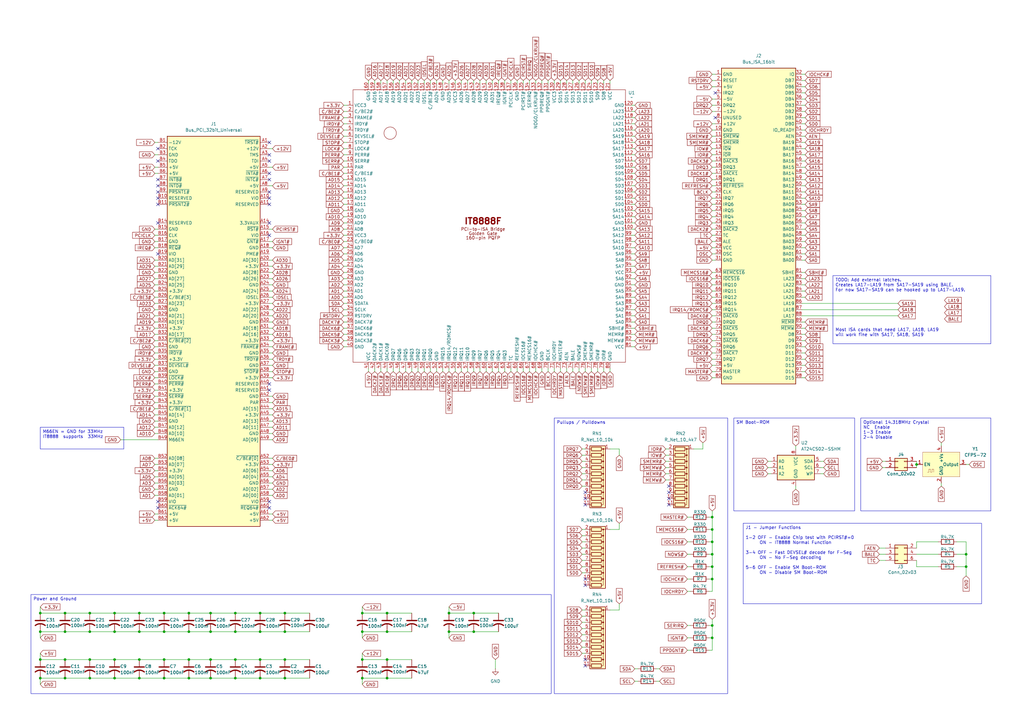
<source format=kicad_sch>
(kicad_sch (version 20250114) (generator "eeschema") (generator_version "9.0")
  (paper "A3")
  (title_block (title "ISA8888") (date "2025-04-26") (rev "0.0") (company "DartFrogTek (DFT)") (comment 1 "Inital Pass"))
  (text_box "Pullups / Pulldowns" (at 227.33 171.45 0) (size 71.12 113.03) (margins 0.9525 0.9525 0.9525 0.9525) (effects (font (size 1.27 1.27)) (justify left top)))
  (text_box "J1 - Jumper Functions\n\n1-2 OFF - Enable Chip test with PCIRST#=0\n	 ON - IT8888 Normal Function\n\n3-4 OFF - Fast DEVSEL# decode for F-Seg\n	 ON - No F-Seg decoding\n\n5-6 OFF - Enable SM Boot-ROM\n	 ON - Disable SM Boot-ROM" (at 304.8 214.63 0) (size 97.79 33.02) (margins 0.9525 0.9525 0.9525 0.9525) (effects (font (size 1.27 1.27)) (justify left top)))
  (text_box "TODO: Add external latches.\nCreates LA17-LA19 from SA17-SA19 using BALE.\nFor now SA17-SA19 can be hooked up to LA17-LA19.\n\n\n\n\n\n\n\nMost ISA cards that need LA17, LA18, LA19\nwill work fine with SA17, SA18, SA19" (at 341.63 113.03 0) (size 64.77 27.94) (margins 0.9525 0.9525 0.9525 0.9525) (effects (font (size 1.27 1.27)) (justify left top)))
  (text_box "Power and Ground" (at 12.7 243.84 0) (size 213.36 40.64) (margins 0.9525 0.9525 0.9525 0.9525) (effects (font (size 1.27 1.27)) (justify left top)))
  (text_box "Optional 14.318MHz Crystal\nNC  Enable\n1-3 Enable\n2-4 Disable" (at 353.06 171.45 0) (size 53.34 38.1) (margins 0.9525 0.9525 0.9525 0.9525) (effects (font (size 1.27 1.27)) (justify left top)))
  (text_box "M66EN = GND for 33MHz\nIT8888  supports  33MHz" (at 16.51 175.26 0) (size 34.29 8.89) (margins 0.9525 0.9525 0.9525 0.9525) (effects (font (size 1.27 1.27)) (justify left top)))
  (text_box "SM Boot-ROM" (at 300.99 171.45 0) (size 49.53 38.1) (margins 0.9525 0.9525 0.9525 0.9525) (effects (font (size 1.27 1.27)) (justify left top)))
  (junction (at 46.99 259.08))
  (junction (at 16.51 278.13))
  (junction (at 26.67 270.51))
  (junction (at 148.59 278.13))
  (junction (at 57.15 270.51))
  (junction (at 57.15 251.46))
  (junction (at 116.84 259.08))
  (junction (at 292.1 227.33))
  (junction (at 116.84 278.13))
  (junction (at 86.36 259.08))
  (junction (at 292.1 237.49))
  (junction (at 67.31 259.08))
  (junction (at 96.52 270.51))
  (junction (at 46.99 278.13))
  (junction (at 16.51 259.08))
  (junction (at 26.67 259.08))
  (junction (at 26.67 251.46))
  (junction (at 67.31 278.13))
  (junction (at 106.68 259.08))
  (junction (at 194.31 259.08))
  (junction (at 36.83 259.08))
  (junction (at 158.75 259.08))
  (junction (at 46.99 251.46))
  (junction (at 184.15 251.46))
  (junction (at 86.36 278.13))
  (junction (at 148.59 259.08))
  (junction (at 194.31 251.46))
  (junction (at 36.83 251.46))
  (junction (at 46.99 270.51))
  (junction (at 36.83 278.13))
  (junction (at 77.47 259.08))
  (junction (at 86.36 251.46))
  (junction (at 158.75 270.51))
  (junction (at 292.1 261.62))
  (junction (at 292.1 232.41))
  (junction (at 96.52 251.46))
  (junction (at 148.59 270.51))
  (junction (at 16.51 270.51))
  (junction (at 77.47 278.13))
  (junction (at 57.15 259.08))
  (junction (at 106.68 251.46))
  (junction (at 77.47 251.46))
  (junction (at 292.1 256.54))
  (junction (at 292.1 217.17))
  (junction (at 57.15 278.13))
  (junction (at 158.75 278.13))
  (junction (at 396.24 227.33))
  (junction (at 184.15 259.08))
  (junction (at 396.24 232.41))
  (junction (at 77.47 270.51))
  (junction (at 158.75 251.46))
  (junction (at 67.31 251.46))
  (junction (at 106.68 278.13))
  (junction (at 96.52 259.08))
  (junction (at 148.59 251.46))
  (junction (at 116.84 251.46))
  (junction (at 36.83 270.51))
  (junction (at 292.1 212.09))
  (junction (at 106.68 270.51))
  (junction (at 16.51 251.46))
  (junction (at 86.36 270.51))
  (junction (at 96.52 278.13))
  (junction (at 116.84 270.51))
  (junction (at 26.67 278.13))
  (junction (at 292.1 222.25))
  (junction (at 67.31 270.51))
  (junction (at 375.92 190.5))
  (no_connect (at 110.49 78.74))
  (no_connect (at 64.77 66.04))
  (no_connect (at 274.32 207.01))
  (no_connect (at 64.77 205.74))
  (no_connect (at 64.77 73.66))
  (no_connect (at 110.49 71.12))
  (no_connect (at 110.49 58.42))
  (no_connect (at 274.32 204.47))
  (no_connect (at 110.49 205.74))
  (no_connect (at 110.49 63.5))
  (no_connect (at 293.37 48.26))
  (no_connect (at 110.49 157.48))
  (no_connect (at 110.49 83.82))
  (no_connect (at 64.77 60.96))
  (no_connect (at 64.77 78.74))
  (no_connect (at 110.49 96.52))
  (no_connect (at 64.77 76.2))
  (no_connect (at 240.03 240.03))
  (no_connect (at 110.49 66.04))
  (no_connect (at 240.03 270.51))
  (no_connect (at 64.77 91.44))
  (no_connect (at 110.49 81.28))
  (no_connect (at 274.32 201.93))
  (no_connect (at 274.32 199.39))
  (no_connect (at 64.77 81.28))
  (no_connect (at 110.49 160.02))
  (no_connect (at 110.49 208.28))
  (no_connect (at 64.77 83.82))
  (no_connect (at 110.49 73.66))
  (no_connect (at 64.77 104.14))
  (no_connect (at 293.37 38.1))
  (no_connect (at 240.03 201.93))
  (no_connect (at 240.03 237.49))
  (no_connect (at 64.77 208.28))
  (no_connect (at 240.03 204.47))
  (no_connect (at 110.49 91.44))
  (no_connect (at 240.03 273.05))
  (no_connect (at 240.03 207.01))
  (wire (pts (xy 184.15 259.08) (xy 184.15 261.62)))
  (wire (pts (xy 259.08 93.98) (xy 260.35 93.98)))
  (wire (pts (xy 259.08 124.46) (xy 260.35 124.46)))
  (wire (pts (xy 259.08 139.7) (xy 260.35 139.7)))
  (wire (pts (xy 140.97 101.6) (xy 142.24 101.6)))
  (wire (pts (xy 67.31 270.51) (xy 77.47 270.51)))
  (wire (pts (xy 292.1 106.68) (xy 293.37 106.68)))
  (wire (pts (xy 259.08 86.36) (xy 260.35 86.36)))
  (wire (pts (xy 292.1 237.49) (xy 292.1 242.57)))
  (wire (pts (xy 290.83 217.17) (xy 292.1 217.17)))
  (wire (pts (xy 238.76 252.73) (xy 240.03 252.73)))
  (wire (pts (xy 232.41 33.02) (xy 232.41 34.29)))
  (wire (pts (xy 330.2 99.06) (xy 328.93 99.06)))
  (wire (pts (xy 199.39 151.13) (xy 199.39 152.4)))
  (wire (pts (xy 292.1 256.54) (xy 292.1 261.62)))
  (wire (pts (xy 330.2 88.9) (xy 328.93 88.9)))
  (wire (pts (xy 186.69 33.02) (xy 186.69 34.29)))
  (wire (pts (xy 77.47 270.51) (xy 86.36 270.51)))
  (wire (pts (xy 36.83 270.51) (xy 46.99 270.51)))
  (wire (pts (xy 360.68 224.79) (xy 363.22 224.79)))
  (wire (pts (xy 290.83 242.57) (xy 292.1 242.57)))
  (wire (pts (xy 201.93 151.13) (xy 201.93 152.4)))
  (wire (pts (xy 326.39 199.39) (xy 326.39 200.66)))
  (wire (pts (xy 330.2 73.66) (xy 328.93 73.66)))
  (wire (pts (xy 110.49 60.96) (xy 111.76 60.96)))
  (wire (pts (xy 292.1 147.32) (xy 293.37 147.32)))
  (wire (pts (xy 234.95 151.13) (xy 234.95 152.4)))
  (wire (pts (xy 171.45 151.13) (xy 171.45 152.4)))
  (wire (pts (xy 392.43 227.33) (xy 396.24 227.33)))
  (wire (pts (xy 396.24 227.33) (xy 396.24 232.41)))
  (wire (pts (xy 151.13 151.13) (xy 151.13 152.4)))
  (wire (pts (xy 245.11 151.13) (xy 245.11 152.4)))
  (wire (pts (xy 151.13 33.02) (xy 151.13 34.29)))
  (wire (pts (xy 238.76 184.15) (xy 240.03 184.15)))
  (wire (pts (xy 259.08 58.42) (xy 260.35 58.42)))
  (wire (pts (xy 330.2 68.58) (xy 328.93 68.58)))
  (wire (pts (xy 140.97 139.7) (xy 142.24 139.7)))
  (wire (pts (xy 184.15 251.46) (xy 194.31 251.46)))
  (wire (pts (xy 111.76 127) (xy 110.49 127)))
  (wire (pts (xy 292.1 134.62) (xy 293.37 134.62)))
  (wire (pts (xy 194.31 259.08) (xy 204.47 259.08)))
  (wire (pts (xy 110.49 170.18) (xy 111.76 170.18)))
  (wire (pts (xy 63.5 170.18) (xy 64.77 170.18)))
  (wire (pts (xy 281.94 217.17) (xy 283.21 217.17)))
  (wire (pts (xy 237.49 33.02) (xy 237.49 34.29)))
  (wire (pts (xy 368.3 127) (xy 328.93 127)))
  (wire (pts (xy 292.1 45.72) (xy 293.37 45.72)))
  (wire (pts (xy 229.87 33.02) (xy 229.87 34.29)))
  (wire (pts (xy 158.75 278.13) (xy 168.91 278.13)))
  (wire (pts (xy 16.51 280.67) (xy 16.51 278.13)))
  (wire (pts (xy 259.08 71.12) (xy 260.35 71.12)))
  (wire (pts (xy 148.59 259.08) (xy 158.75 259.08)))
  (wire (pts (xy 259.08 111.76) (xy 260.35 111.76)))
  (wire (pts (xy 238.76 196.85) (xy 240.03 196.85)))
  (wire (pts (xy 292.1 121.92) (xy 293.37 121.92)))
  (wire (pts (xy 292.1 152.4) (xy 293.37 152.4)))
  (wire (pts (xy 290.83 232.41) (xy 292.1 232.41)))
  (wire (pts (xy 111.76 172.72) (xy 110.49 172.72)))
  (wire (pts (xy 238.76 232.41) (xy 240.03 232.41)))
  (wire (pts (xy 330.2 33.02) (xy 328.93 33.02)))
  (wire (pts (xy 375.92 232.41) (xy 384.81 232.41)))
  (wire (pts (xy 292.1 33.02) (xy 293.37 33.02)))
  (wire (pts (xy 111.76 119.38) (xy 110.49 119.38)))
  (wire (pts (xy 63.5 139.7) (xy 64.77 139.7)))
  (wire (pts (xy 259.08 119.38) (xy 260.35 119.38)))
  (wire (pts (xy 110.49 132.08) (xy 111.76 132.08)))
  (wire (pts (xy 140.97 106.68) (xy 142.24 106.68)))
  (wire (pts (xy 292.1 30.48) (xy 293.37 30.48)))
  (wire (pts (xy 110.49 101.6) (xy 111.76 101.6)))
  (wire (pts (xy 140.97 109.22) (xy 142.24 109.22)))
  (wire (pts (xy 111.76 134.62) (xy 110.49 134.62)))
  (wire (pts (xy 140.97 142.24) (xy 142.24 142.24)))
  (wire (pts (xy 292.1 114.3) (xy 293.37 114.3)))
  (wire (pts (xy 292.1 66.04) (xy 293.37 66.04)))
  (wire (pts (xy 36.83 278.13) (xy 46.99 278.13)))
  (wire (pts (xy 111.76 147.32) (xy 110.49 147.32)))
  (wire (pts (xy 375.92 222.25) (xy 384.81 222.25)))
  (wire (pts (xy 292.1 96.52) (xy 293.37 96.52)))
  (wire (pts (xy 217.17 33.02) (xy 217.17 34.29)))
  (wire (pts (xy 292.1 104.14) (xy 293.37 104.14)))
  (wire (pts (xy 63.5 134.62) (xy 64.77 134.62)))
  (wire (pts (xy 240.03 151.13) (xy 240.03 152.4)))
  (wire (pts (xy 237.49 151.13) (xy 237.49 152.4)))
  (wire (pts (xy 26.67 278.13) (xy 36.83 278.13)))
  (wire (pts (xy 63.5 152.4) (xy 64.77 152.4)))
  (wire (pts (xy 259.08 132.08) (xy 260.35 132.08)))
  (wire (pts (xy 292.1 232.41) (xy 292.1 237.49)))
  (wire (pts (xy 292.1 149.86) (xy 293.37 149.86)))
  (wire (pts (xy 63.5 129.54) (xy 64.77 129.54)))
  (wire (pts (xy 273.05 186.69) (xy 274.32 186.69)))
  (wire (pts (xy 140.97 60.96) (xy 142.24 60.96)))
  (wire (pts (xy 63.5 144.78) (xy 64.77 144.78)))
  (wire (pts (xy 140.97 68.58) (xy 142.24 68.58)))
  (wire (pts (xy 63.5 99.06) (xy 64.77 99.06)))
  (wire (pts (xy 111.76 167.64) (xy 110.49 167.64)))
  (wire (pts (xy 212.09 33.02) (xy 212.09 34.29)))
  (wire (pts (xy 292.1 212.09) (xy 290.83 212.09)))
  (wire (pts (xy 259.08 43.18) (xy 260.35 43.18)))
  (wire (pts (xy 111.76 111.76) (xy 110.49 111.76)))
  (wire (pts (xy 111.76 203.2) (xy 110.49 203.2)))
  (wire (pts (xy 86.36 259.08) (xy 96.52 259.08)))
  (wire (pts (xy 63.5 137.16) (xy 64.77 137.16)))
  (wire (pts (xy 259.08 121.92) (xy 260.35 121.92)))
  (wire (pts (xy 110.49 162.56) (xy 111.76 162.56)))
  (wire (pts (xy 16.51 248.92) (xy 16.51 251.46)))
  (wire (pts (xy 292.1 71.12) (xy 293.37 71.12)))
  (wire (pts (xy 330.2 78.74) (xy 328.93 78.74)))
  (wire (pts (xy 140.97 111.76) (xy 142.24 111.76)))
  (wire (pts (xy 156.21 33.02) (xy 156.21 34.29)))
  (wire (pts (xy 191.77 33.02) (xy 191.77 34.29)))
  (wire (pts (xy 16.51 278.13) (xy 26.67 278.13)))
  (wire (pts (xy 330.2 119.38) (xy 328.93 119.38)))
  (wire (pts (xy 163.83 33.02) (xy 163.83 34.29)))
  (wire (pts (xy 292.1 266.7) (xy 292.1 261.62)))
  (wire (pts (xy 207.01 151.13) (xy 207.01 152.4)))
  (wire (pts (xy 86.36 278.13) (xy 96.52 278.13)))
  (wire (pts (xy 292.1 101.6) (xy 293.37 101.6)))
  (wire (pts (xy 292.1 119.38) (xy 293.37 119.38)))
  (wire (pts (xy 259.08 137.16) (xy 260.35 137.16)))
  (wire (pts (xy 259.08 83.82) (xy 260.35 83.82)))
  (wire (pts (xy 292.1 73.66) (xy 293.37 73.66)))
  (wire (pts (xy 219.71 33.02) (xy 219.71 34.29)))
  (wire (pts (xy 148.59 280.67) (xy 148.59 278.13)))
  (wire (pts (xy 96.52 259.08) (xy 106.68 259.08)))
  (wire (pts (xy 110.49 68.58) (xy 111.76 68.58)))
  (wire (pts (xy 57.15 259.08) (xy 67.31 259.08)))
  (wire (pts (xy 290.83 261.62) (xy 292.1 261.62)))
  (wire (pts (xy 292.1 76.2) (xy 293.37 76.2)))
  (wire (pts (xy 281.94 222.25) (xy 283.21 222.25)))
  (wire (pts (xy 194.31 151.13) (xy 194.31 152.4)))
  (wire (pts (xy 16.51 251.46) (xy 26.67 251.46)))
  (wire (pts (xy 281.94 212.09) (xy 283.21 212.09)))
  (wire (pts (xy 375.92 229.87) (xy 375.92 232.41)))
  (wire (pts (xy 330.2 71.12) (xy 328.93 71.12)))
  (wire (pts (xy 63.5 121.92) (xy 64.77 121.92)))
  (wire (pts (xy 110.49 154.94) (xy 111.76 154.94)))
  (wire (pts (xy 140.97 48.26) (xy 142.24 48.26)))
  (wire (pts (xy 259.08 68.58) (xy 260.35 68.58)))
  (wire (pts (xy 292.1 256.54) (xy 292.1 254)))
  (wire (pts (xy 260.35 279.4) (xy 261.62 279.4)))
  (wire (pts (xy 116.84 270.51) (xy 127 270.51)))
  (wire (pts (xy 396.24 222.25) (xy 396.24 227.33)))
  (wire (pts (xy 140.97 121.92) (xy 142.24 121.92)))
  (wire (pts (xy 292.1 91.44) (xy 293.37 91.44)))
  (wire (pts (xy 259.08 127) (xy 260.35 127)))
  (wire (pts (xy 140.97 78.74) (xy 142.24 78.74)))
  (wire (pts (xy 140.97 116.84) (xy 142.24 116.84)))
  (wire (pts (xy 259.08 99.06) (xy 260.35 99.06)))
  (wire (pts (xy 63.5 175.26) (xy 64.77 175.26)))
  (wire (pts (xy 314.96 194.31) (xy 316.23 194.31)))
  (wire (pts (xy 219.71 151.13) (xy 219.71 152.4)))
  (wire (pts (xy 63.5 198.12) (xy 64.77 198.12)))
  (wire (pts (xy 330.2 45.72) (xy 328.93 45.72)))
  (wire (pts (xy 163.83 151.13) (xy 163.83 152.4)))
  (wire (pts (xy 111.76 114.3) (xy 110.49 114.3)))
  (wire (pts (xy 292.1 53.34) (xy 293.37 53.34)))
  (wire (pts (xy 259.08 66.04) (xy 260.35 66.04)))
  (wire (pts (xy 158.75 270.51) (xy 168.91 270.51)))
  (wire (pts (xy 63.5 58.42) (xy 64.77 58.42)))
  (wire (pts (xy 259.08 73.66) (xy 260.35 73.66)))
  (wire (pts (xy 330.2 152.4) (xy 328.93 152.4)))
  (wire (pts (xy 273.05 184.15) (xy 274.32 184.15)))
  (wire (pts (xy 292.1 83.82) (xy 293.37 83.82)))
  (wire (pts (xy 361.95 189.23) (xy 363.22 189.23)))
  (wire (pts (xy 259.08 55.88) (xy 260.35 55.88)))
  (wire (pts (xy 111.76 165.1) (xy 110.49 165.1)))
  (wire (pts (xy 77.47 251.46) (xy 86.36 251.46)))
  (wire (pts (xy 397.51 190.5) (xy 396.24 190.5)))
  (wire (pts (xy 254 214.63) (xy 254 217.17)))
  (wire (pts (xy 292.1 129.54) (xy 293.37 129.54)))
  (wire (pts (xy 67.31 259.08) (xy 77.47 259.08)))
  (wire (pts (xy 111.76 187.96) (xy 110.49 187.96)))
  (wire (pts (xy 238.76 189.23) (xy 240.03 189.23)))
  (wire (pts (xy 240.03 33.02) (xy 240.03 34.29)))
  (wire (pts (xy 140.97 132.08) (xy 142.24 132.08)))
  (wire (pts (xy 110.49 198.12) (xy 111.76 198.12)))
  (wire (pts (xy 326.39 182.88) (xy 326.39 184.15)))
  (wire (pts (xy 259.08 106.68) (xy 260.35 106.68)))
  (wire (pts (xy 386.08 199.39) (xy 386.08 198.12)))
  (wire (pts (xy 270.51 274.32) (xy 269.24 274.32)))
  (wire (pts (xy 238.76 260.35) (xy 240.03 260.35)))
  (wire (pts (xy 63.5 111.76) (xy 64.77 111.76)))
  (wire (pts (xy 63.5 96.52) (xy 64.77 96.52)))
  (wire (pts (xy 140.97 55.88) (xy 142.24 55.88)))
  (wire (pts (xy 330.2 101.6) (xy 328.93 101.6)))
  (wire (pts (xy 238.76 250.19) (xy 240.03 250.19)))
  (wire (pts (xy 292.1 86.36) (xy 293.37 86.36)))
  (wire (pts (xy 292.1 60.96) (xy 293.37 60.96)))
  (wire (pts (xy 259.08 129.54) (xy 260.35 129.54)))
  (wire (pts (xy 63.5 93.98) (xy 64.77 93.98)))
  (wire (pts (xy 116.84 278.13) (xy 127 278.13)))
  (wire (pts (xy 314.96 191.77) (xy 316.23 191.77)))
  (wire (pts (xy 238.76 229.87) (xy 240.03 229.87)))
  (wire (pts (xy 63.5 162.56) (xy 64.77 162.56)))
  (wire (pts (xy 111.76 152.4) (xy 110.49 152.4)))
  (wire (pts (xy 199.39 33.02) (xy 199.39 34.29)))
  (wire (pts (xy 292.1 212.09) (xy 292.1 217.17)))
  (wire (pts (xy 330.2 93.98) (xy 328.93 93.98)))
  (wire (pts (xy 184.15 151.13) (xy 184.15 152.4)))
  (wire (pts (xy 77.47 259.08) (xy 86.36 259.08)))
  (wire (pts (xy 181.61 151.13) (xy 181.61 152.4)))
  (wire (pts (xy 292.1 137.16) (xy 293.37 137.16)))
  (wire (pts (xy 259.08 45.72) (xy 260.35 45.72)))
  (wire (pts (xy 63.5 127) (xy 64.77 127)))
  (wire (pts (xy 111.76 137.16) (xy 110.49 137.16)))
  (wire (pts (xy 259.08 142.24) (xy 260.35 142.24)))
  (wire (pts (xy 184.15 33.02) (xy 184.15 34.29)))
  (wire (pts (xy 64.77 180.34) (xy 49.53 180.34)))
  (wire (pts (xy 330.2 149.86) (xy 328.93 149.86)))
  (wire (pts (xy 292.1 154.94) (xy 293.37 154.94)))
  (wire (pts (xy 330.2 142.24) (xy 328.93 142.24)))
  (wire (pts (xy 46.99 259.08) (xy 57.15 259.08)))
  (wire (pts (xy 330.2 154.94) (xy 328.93 154.94)))
  (wire (pts (xy 214.63 151.13) (xy 214.63 152.4)))
  (wire (pts (xy 158.75 251.46) (xy 168.91 251.46)))
  (wire (pts (xy 26.67 251.46) (xy 36.83 251.46)))
  (wire (pts (xy 330.2 96.52) (xy 328.93 96.52)))
  (wire (pts (xy 26.67 259.08) (xy 36.83 259.08)))
  (wire (pts (xy 229.87 151.13) (xy 229.87 152.4)))
  (wire (pts (xy 260.35 274.32) (xy 261.62 274.32)))
  (wire (pts (xy 290.83 256.54) (xy 292.1 256.54)))
  (wire (pts (xy 63.5 132.08) (xy 64.77 132.08)))
  (wire (pts (xy 292.1 127) (xy 293.37 127)))
  (wire (pts (xy 283.21 261.62) (xy 281.94 261.62)))
  (wire (pts (xy 259.08 81.28) (xy 260.35 81.28)))
  (wire (pts (xy 63.5 106.68) (xy 64.77 106.68)))
  (wire (pts (xy 292.1 93.98) (xy 293.37 93.98)))
  (wire (pts (xy 238.76 234.95) (xy 240.03 234.95)))
  (wire (pts (xy 111.76 99.06) (xy 110.49 99.06)))
  (wire (pts (xy 259.08 50.8) (xy 260.35 50.8)))
  (wire (pts (xy 292.1 40.64) (xy 293.37 40.64)))
  (wire (pts (xy 161.29 33.02) (xy 161.29 34.29)))
  (wire (pts (xy 63.5 142.24) (xy 64.77 142.24)))
  (wire (pts (xy 57.15 270.51) (xy 67.31 270.51)))
  (wire (pts (xy 204.47 151.13) (xy 204.47 152.4)))
  (wire (pts (xy 110.49 76.2) (xy 111.76 76.2)))
  (wire (pts (xy 292.1 132.08) (xy 293.37 132.08)))
  (wire (pts (xy 283.21 256.54) (xy 281.94 256.54)))
  (wire (pts (xy 238.76 194.31) (xy 240.03 194.31)))
  (wire (pts (xy 176.53 151.13) (xy 176.53 152.4)))
  (wire (pts (xy 161.29 151.13) (xy 161.29 152.4)))
  (wire (pts (xy 140.97 119.38) (xy 142.24 119.38)))
  (wire (pts (xy 110.49 213.36) (xy 111.76 213.36)))
  (wire (pts (xy 270.51 279.4) (xy 269.24 279.4)))
  (wire (pts (xy 63.5 71.12) (xy 64.77 71.12)))
  (wire (pts (xy 179.07 33.02) (xy 179.07 34.29)))
  (wire (pts (xy 292.1 227.33) (xy 292.1 232.41)))
  (wire (pts (xy 238.76 199.39) (xy 240.03 199.39)))
  (wire (pts (xy 67.31 278.13) (xy 77.47 278.13)))
  (wire (pts (xy 259.08 96.52) (xy 260.35 96.52)))
  (wire (pts (xy 288.29 184.15) (xy 288.29 181.61)))
  (wire (pts (xy 330.2 35.56) (xy 328.93 35.56)))
  (wire (pts (xy 140.97 58.42) (xy 142.24 58.42)))
  (wire (pts (xy 330.2 66.04) (xy 328.93 66.04)))
  (wire (pts (xy 292.1 55.88) (xy 293.37 55.88)))
  (wire (pts (xy 110.49 139.7) (xy 111.76 139.7)))
  (wire (pts (xy 292.1 78.74) (xy 293.37 78.74)))
  (wire (pts (xy 224.79 33.02) (xy 224.79 34.29)))
  (wire (pts (xy 110.49 124.46) (xy 111.76 124.46)))
  (wire (pts (xy 292.1 222.25) (xy 292.1 227.33)))
  (wire (pts (xy 273.05 191.77) (xy 274.32 191.77)))
  (wire (pts (xy 259.08 78.74) (xy 260.35 78.74)))
  (wire (pts (xy 292.1 35.56) (xy 293.37 35.56)))
  (wire (pts (xy 330.2 48.26) (xy 328.93 48.26)))
  (wire (pts (xy 292.1 139.7) (xy 293.37 139.7)))
  (wire (pts (xy 330.2 111.76) (xy 328.93 111.76)))
  (wire (pts (xy 290.83 227.33) (xy 292.1 227.33)))
  (wire (pts (xy 281.94 227.33) (xy 283.21 227.33)))
  (wire (pts (xy 184.15 248.92) (xy 184.15 251.46)))
  (wire (pts (xy 330.2 40.64) (xy 328.93 40.64)))
  (wire (pts (xy 140.97 88.9) (xy 142.24 88.9)))
  (wire (pts (xy 96.52 251.46) (xy 106.68 251.46)))
  (wire (pts (xy 36.83 259.08) (xy 46.99 259.08)))
  (wire (pts (xy 158.75 259.08) (xy 168.91 259.08)))
  (wire (pts (xy 140.97 104.14) (xy 142.24 104.14)))
  (wire (pts (xy 166.37 151.13) (xy 166.37 152.4)))
  (wire (pts (xy 191.77 151.13) (xy 191.77 152.4)))
  (wire (pts (xy 209.55 33.02) (xy 209.55 34.29)))
  (wire (pts (xy 375.92 224.79) (xy 375.92 222.25)))
  (wire (pts (xy 140.97 50.8) (xy 142.24 50.8)))
  (wire (pts (xy 259.08 48.26) (xy 260.35 48.26)))
  (wire (pts (xy 330.2 139.7) (xy 328.93 139.7)))
  (wire (pts (xy 314.96 189.23) (xy 316.23 189.23)))
  (wire (pts (xy 140.97 91.44) (xy 142.24 91.44)))
  (wire (pts (xy 273.05 189.23) (xy 274.32 189.23)))
  (wire (pts (xy 203.2 270.51) (xy 203.2 274.32)))
  (wire (pts (xy 196.85 151.13) (xy 196.85 152.4)))
  (wire (pts (xy 46.99 251.46) (xy 57.15 251.46)))
  (wire (pts (xy 57.15 278.13) (xy 67.31 278.13)))
  (wire (pts (xy 63.5 116.84) (xy 64.77 116.84)))
  (wire (pts (xy 290.83 222.25) (xy 292.1 222.25)))
  (wire (pts (xy 106.68 270.51) (xy 116.84 270.51)))
  (wire (pts (xy 254 250.19) (xy 254 247.65)))
  (wire (pts (xy 250.19 33.02) (xy 250.19 34.29)))
  (wire (pts (xy 110.49 190.5) (xy 111.76 190.5)))
  (wire (pts (xy 330.2 81.28) (xy 328.93 81.28)))
  (wire (pts (xy 209.55 151.13) (xy 209.55 152.4)))
  (wire (pts (xy 273.05 196.85) (xy 274.32 196.85)))
  (wire (pts (xy 292.1 116.84) (xy 293.37 116.84)))
  (wire (pts (xy 222.25 33.02) (xy 222.25 34.29)))
  (wire (pts (xy 292.1 124.46) (xy 293.37 124.46)))
  (wire (pts (xy 63.5 172.72) (xy 64.77 172.72)))
  (wire (pts (xy 63.5 167.64) (xy 64.77 167.64)))
  (wire (pts (xy 360.68 227.33) (xy 363.22 227.33)))
  (wire (pts (xy 212.09 151.13) (xy 212.09 152.4)))
  (wire (pts (xy 140.97 53.34) (xy 142.24 53.34)))
  (wire (pts (xy 330.2 147.32) (xy 328.93 147.32)))
  (wire (pts (xy 259.08 116.84) (xy 260.35 116.84)))
  (wire (pts (xy 111.76 175.26) (xy 110.49 175.26)))
  (wire (pts (xy 259.08 60.96) (xy 260.35 60.96)))
  (wire (pts (xy 392.43 222.25) (xy 396.24 222.25)))
  (wire (pts (xy 63.5 119.38) (xy 64.77 119.38)))
  (wire (pts (xy 259.08 104.14) (xy 260.35 104.14)))
  (wire (pts (xy 361.95 191.77) (xy 363.22 191.77)))
  (wire (pts (xy 140.97 134.62) (xy 142.24 134.62)))
  (wire (pts (xy 63.5 200.66) (xy 64.77 200.66)))
  (wire (pts (xy 63.5 147.32) (xy 64.77 147.32)))
  (wire (pts (xy 336.55 194.31) (xy 337.82 194.31)))
  (wire (pts (xy 330.2 132.08) (xy 328.93 132.08)))
  (wire (pts (xy 36.83 251.46) (xy 46.99 251.46)))
  (wire (pts (xy 292.1 144.78) (xy 293.37 144.78)))
  (wire (pts (xy 330.2 38.1) (xy 328.93 38.1)))
  (wire (pts (xy 96.52 270.51) (xy 106.68 270.51)))
  (wire (pts (xy 171.45 33.02) (xy 171.45 34.29)))
  (wire (pts (xy 111.76 106.68) (xy 110.49 106.68)))
  (wire (pts (xy 148.59 251.46) (xy 158.75 251.46)))
  (wire (pts (xy 330.2 134.62) (xy 328.93 134.62)))
  (wire (pts (xy 57.15 251.46) (xy 67.31 251.46)))
  (wire (pts (xy 140.97 129.54) (xy 142.24 129.54)))
  (wire (pts (xy 63.5 203.2) (xy 64.77 203.2)))
  (wire (pts (xy 330.2 91.44) (xy 328.93 91.44)))
  (wire (pts (xy 116.84 259.08) (xy 127 259.08)))
  (wire (pts (xy 140.97 99.06) (xy 142.24 99.06)))
  (wire (pts (xy 386.08 181.61) (xy 386.08 182.88)))
  (wire (pts (xy 254 184.15) (xy 254 186.69)))
  (wire (pts (xy 360.68 229.87) (xy 363.22 229.87)))
  (wire (pts (xy 238.76 186.69) (xy 240.03 186.69)))
  (wire (pts (xy 166.37 33.02) (xy 166.37 34.29)))
  (wire (pts (xy 194.31 251.46) (xy 204.47 251.46)))
  (wire (pts (xy 111.76 193.04) (xy 110.49 193.04)))
  (wire (pts (xy 16.51 267.97) (xy 16.51 270.51)))
  (wire (pts (xy 181.61 33.02) (xy 181.61 34.29)))
  (wire (pts (xy 283.21 242.57) (xy 281.94 242.57)))
  (wire (pts (xy 111.76 195.58) (xy 110.49 195.58)))
  (wire (pts (xy 116.84 251.46) (xy 127 251.46)))
  (wire (pts (xy 111.76 121.92) (xy 110.49 121.92)))
  (wire (pts (xy 292.1 43.18) (xy 293.37 43.18)))
  (wire (pts (xy 110.49 177.8) (xy 111.76 177.8)))
  (wire (pts (xy 214.63 33.02) (xy 214.63 34.29)))
  (wire (pts (xy 330.2 83.82) (xy 328.93 83.82)))
  (wire (pts (xy 224.79 151.13) (xy 224.79 152.4)))
  (wire (pts (xy 259.08 53.34) (xy 260.35 53.34)))
  (wire (pts (xy 153.67 33.02) (xy 153.67 34.29)))
  (wire (pts (xy 63.5 157.48) (xy 64.77 157.48)))
  (wire (pts (xy 63.5 109.22) (xy 64.77 109.22)))
  (wire (pts (xy 290.83 237.49) (xy 292.1 237.49)))
  (wire (pts (xy 140.97 43.18) (xy 142.24 43.18)))
  (wire (pts (xy 63.5 160.02) (xy 64.77 160.02)))
  (wire (pts (xy 292.1 99.06) (xy 293.37 99.06)))
  (wire (pts (xy 173.99 151.13) (xy 173.99 152.4)))
  (wire (pts (xy 259.08 63.5) (xy 260.35 63.5)))
  (wire (pts (xy 96.52 278.13) (xy 106.68 278.13)))
  (wire (pts (xy 245.11 33.02) (xy 245.11 34.29)))
  (wire (pts (xy 140.97 81.28) (xy 142.24 81.28)))
  (wire (pts (xy 250.19 184.15) (xy 254 184.15)))
  (wire (pts (xy 140.97 83.82) (xy 142.24 83.82)))
  (wire (pts (xy 222.25 151.13) (xy 222.25 152.4)))
  (wire (pts (xy 111.76 93.98) (xy 110.49 93.98)))
  (wire (pts (xy 110.49 210.82) (xy 111.76 210.82)))
  (wire (pts (xy 140.97 93.98) (xy 142.24 93.98)))
  (wire (pts (xy 250.19 217.17) (xy 254 217.17)))
  (wire (pts (xy 238.76 267.97) (xy 240.03 267.97)))
  (wire (pts (xy 227.33 33.02) (xy 227.33 34.29)))
  (wire (pts (xy 63.5 187.96) (xy 64.77 187.96)))
  (wire (pts (xy 153.67 151.13) (xy 153.67 152.4)))
  (wire (pts (xy 46.99 270.51) (xy 57.15 270.51)))
  (wire (pts (xy 63.5 177.8) (xy 64.77 177.8)))
  (wire (pts (xy 330.2 104.14) (xy 328.93 104.14)))
  (wire (pts (xy 250.19 250.19) (xy 254 250.19)))
  (wire (pts (xy 292.1 81.28) (xy 293.37 81.28)))
  (wire (pts (xy 111.76 129.54) (xy 110.49 129.54)))
  (wire (pts (xy 238.76 224.79) (xy 240.03 224.79)))
  (wire (pts (xy 63.5 190.5) (xy 64.77 190.5)))
  (wire (pts (xy 106.68 278.13) (xy 116.84 278.13)))
  (wire (pts (xy 330.2 76.2) (xy 328.93 76.2)))
  (wire (pts (xy 140.97 114.3) (xy 142.24 114.3)))
  (wire (pts (xy 110.49 144.78) (xy 111.76 144.78)))
  (wire (pts (xy 140.97 137.16) (xy 142.24 137.16)))
  (wire (pts (xy 292.1 50.8) (xy 293.37 50.8)))
  (wire (pts (xy 189.23 33.02) (xy 189.23 34.29)))
  (wire (pts (xy 140.97 63.5) (xy 142.24 63.5)))
  (wire (pts (xy 158.75 151.13) (xy 158.75 152.4)))
  (wire (pts (xy 232.41 151.13) (xy 232.41 152.4)))
  (wire (pts (xy 330.2 60.96) (xy 328.93 60.96)))
  (wire (pts (xy 176.53 33.02) (xy 176.53 34.29)))
  (wire (pts (xy 63.5 101.6) (xy 64.77 101.6)))
  (wire (pts (xy 196.85 33.02) (xy 196.85 34.29)))
  (wire (pts (xy 158.75 33.02) (xy 158.75 34.29)))
  (wire (pts (xy 16.51 259.08) (xy 26.67 259.08)))
  (wire (pts (xy 63.5 195.58) (xy 64.77 195.58)))
  (wire (pts (xy 330.2 116.84) (xy 328.93 116.84)))
  (wire (pts (xy 207.01 33.02) (xy 207.01 34.29)))
  (wire (pts (xy 67.31 251.46) (xy 77.47 251.46)))
  (wire (pts (xy 247.65 151.13) (xy 247.65 152.4)))
  (wire (pts (xy 106.68 251.46) (xy 116.84 251.46)))
  (wire (pts (xy 204.47 33.02) (xy 204.47 34.29)))
  (wire (pts (xy 259.08 91.44) (xy 260.35 91.44)))
  (wire (pts (xy 292.1 111.76) (xy 293.37 111.76)))
  (wire (pts (xy 148.59 248.92) (xy 148.59 251.46)))
  (wire (pts (xy 281.94 232.41) (xy 283.21 232.41)))
  (wire (pts (xy 375.92 189.23) (xy 375.92 190.5)))
  (wire (pts (xy 290.83 266.7) (xy 292.1 266.7)))
  (wire (pts (xy 396.24 232.41) (xy 396.24 236.22)))
  (wire (pts (xy 227.33 151.13) (xy 227.33 152.4)))
  (wire (pts (xy 63.5 213.36) (xy 64.77 213.36)))
  (wire (pts (xy 238.76 227.33) (xy 240.03 227.33)))
  (wire (pts (xy 259.08 76.2) (xy 260.35 76.2)))
  (wire (pts (xy 201.93 33.02) (xy 201.93 34.29)))
  (wire (pts (xy 238.76 257.81) (xy 240.03 257.81)))
  (wire (pts (xy 63.5 210.82) (xy 64.77 210.82)))
  (wire (pts (xy 217.17 151.13) (xy 217.17 152.4)))
  (wire (pts (xy 106.68 259.08) (xy 116.84 259.08)))
  (wire (pts (xy 238.76 255.27) (xy 240.03 255.27)))
  (wire (pts (xy 86.36 251.46) (xy 96.52 251.46)))
  (wire (pts (xy 250.19 151.13) (xy 250.19 152.4)))
  (wire (pts (xy 284.48 184.15) (xy 288.29 184.15)))
  (wire (pts (xy 292.1 63.5) (xy 293.37 63.5)))
  (wire (pts (xy 273.05 194.31) (xy 274.32 194.31)))
  (wire (pts (xy 330.2 106.68) (xy 328.93 106.68)))
  (wire (pts (xy 148.59 261.62) (xy 148.59 259.08)))
  (wire (pts (xy 330.2 114.3) (xy 328.93 114.3)))
  (wire (pts (xy 238.76 222.25) (xy 240.03 222.25)))
  (wire (pts (xy 330.2 86.36) (xy 328.93 86.36)))
  (wire (pts (xy 330.2 137.16) (xy 328.93 137.16)))
  (wire (pts (xy 63.5 68.58) (xy 64.77 68.58)))
  (wire (pts (xy 396.24 232.41) (xy 392.43 232.41)))
  (wire (pts (xy 259.08 88.9) (xy 260.35 88.9)))
  (wire (pts (xy 292.1 68.58) (xy 293.37 68.58)))
  (wire (pts (xy 292.1 142.24) (xy 293.37 142.24)))
  (wire (pts (xy 281.94 237.49) (xy 283.21 237.49)))
  (wire (pts (xy 259.08 114.3) (xy 260.35 114.3)))
  (wire (pts (xy 86.36 270.51) (xy 96.52 270.51)))
  (wire (pts (xy 110.49 116.84) (xy 111.76 116.84)))
  (wire (pts (xy 336.55 191.77) (xy 337.82 191.77)))
  (wire (pts (xy 238.76 191.77) (xy 240.03 191.77)))
  (wire (pts (xy 140.97 66.04) (xy 142.24 66.04)))
  (wire (pts (xy 148.59 270.51) (xy 158.75 270.51)))
  (wire (pts (xy 292.1 209.55) (xy 292.1 212.09)))
  (wire (pts (xy 111.76 180.34) (xy 110.49 180.34)))
  (wire (pts (xy 368.3 129.54) (xy 328.93 129.54)))
  (wire (pts (xy 140.97 127) (xy 142.24 127)))
  (wire (pts (xy 292.1 217.17) (xy 292.1 222.25)))
  (wire (pts (xy 330.2 53.34) (xy 328.93 53.34)))
  (wire (pts (xy 63.5 63.5) (xy 64.77 63.5)))
  (wire (pts (xy 111.76 142.24) (xy 110.49 142.24)))
  (wire (pts (xy 330.2 43.18) (xy 328.93 43.18)))
  (wire (pts (xy 179.07 151.13) (xy 179.07 152.4)))
  (wire (pts (xy 148.59 278.13) (xy 158.75 278.13)))
  (wire (pts (xy 156.21 151.13) (xy 156.21 152.4)))
  (wire (pts (xy 242.57 151.13) (xy 242.57 152.4)))
  (wire (pts (xy 238.76 265.43) (xy 240.03 265.43)))
  (wire (pts (xy 46.99 278.13) (xy 57.15 278.13)))
  (wire (pts (xy 238.76 262.89) (xy 240.03 262.89)))
  (wire (pts (xy 140.97 86.36) (xy 142.24 86.36)))
  (wire (pts (xy 140.97 45.72) (xy 142.24 45.72)))
  (wire (pts (xy 368.3 124.46) (xy 328.93 124.46)))
  (wire (pts (xy 110.49 149.86) (xy 111.76 149.86)))
  (wire (pts (xy 330.2 121.92) (xy 328.93 121.92)))
  (wire (pts (xy 330.2 55.88) (xy 328.93 55.88)))
  (wire (pts (xy 375.92 227.33) (xy 384.81 227.33)))
  (wire (pts (xy 140.97 96.52) (xy 142.24 96.52)))
  (wire (pts (xy 63.5 193.04) (xy 64.77 193.04)))
  (wire (pts (xy 168.91 151.13) (xy 168.91 152.4)))
  (wire (pts (xy 184.15 259.08) (xy 194.31 259.08)))
  (wire (pts (xy 330.2 63.5) (xy 328.93 63.5)))
  (wire (pts (xy 111.76 200.66) (xy 110.49 200.66)))
  (wire (pts (xy 63.5 165.1) (xy 64.77 165.1)))
  (wire (pts (xy 148.59 267.97) (xy 148.59 270.51)))
  (wire (pts (xy 186.69 151.13) (xy 186.69 152.4)))
  (wire (pts (xy 330.2 58.42) (xy 328.93 58.42)))
  (wire (pts (xy 168.91 33.02) (xy 168.91 34.29)))
  (wire (pts (xy 292.1 58.42) (xy 293.37 58.42)))
  (wire (pts (xy 173.99 33.02) (xy 173.99 34.29)))
  (wire (pts (xy 259.08 101.6) (xy 260.35 101.6)))
  (wire (pts (xy 194.31 33.02) (xy 194.31 34.29)))
  (wire (pts (xy 238.76 217.17) (xy 240.03 217.17)))
  (wire (pts (xy 140.97 73.66) (xy 142.24 73.66)))
  (wire (pts (xy 234.95 33.02) (xy 234.95 34.29)))
  (wire (pts (xy 16.51 270.51) (xy 26.67 270.51)))
  (wire (pts (xy 63.5 149.86) (xy 64.77 149.86)))
  (wire (pts (xy 63.5 154.94) (xy 64.77 154.94)))
  (wire (pts (xy 140.97 76.2) (xy 142.24 76.2)))
  (wire (pts (xy 140.97 71.12) (xy 142.24 71.12)))
  (wire (pts (xy 26.67 270.51) (xy 36.83 270.51)))
  (wire (pts (xy 238.76 219.71) (xy 240.03 219.71)))
  (wire (pts (xy 63.5 124.46) (xy 64.77 124.46)))
  (wire (pts (xy 336.55 189.23) (xy 337.82 189.23)))
  (wire (pts (xy 330.2 144.78) (xy 328.93 144.78)))
  (wire (pts (xy 259.08 134.62) (xy 260.35 134.62)))
  (wire (pts (xy 140.97 124.46) (xy 142.24 124.46)))
  (wire (pts (xy 110.49 109.22) (xy 111.76 109.22)))
  (wire (pts (xy 77.47 278.13) (xy 86.36 278.13)))
  (wire (pts (xy 259.08 109.22) (xy 260.35 109.22)))
  (wire (pts (xy 16.51 259.08) (xy 16.51 261.62)))
  (wire (pts (xy 330.2 30.48) (xy 328.93 30.48)))
  (wire (pts (xy 330.2 50.8) (xy 328.93 50.8)))
  (wire (pts (xy 242.57 33.02) (xy 242.57 34.29)))
  (wire (pts (xy 375.92 190.5) (xy 375.92 191.77)))
  (wire (pts (xy 63.5 114.3) (xy 64.77 114.3)))
  (wire (pts (xy 247.65 33.02) (xy 247.65 34.29)))
  (wire (pts (xy 189.23 151.13) (xy 189.23 152.4)))
  (wire (pts (xy 292.1 88.9) (xy 293.37 88.9)))
  (wire (pts (xy 283.21 266.7) (xy 281.94 266.7)))
  (global_label "TRDY#" (shape input) (at 111.76 147.32 0) (property "Intersheetrefs" "${INTERSHEET_REFS}" (effects (hide yes))))
  (global_label "GND" (shape input) (at 260.35 43.18 0) (property "Intersheetrefs" "${INTERSHEET_REFS}" (effects (hide yes))))
  (global_label "MEMR#" (shape input) (at 273.05 194.31 180) (property "Intersheetrefs" "${INTERSHEET_REFS}" (effects (hide yes))))
  (global_label "BALE" (shape input) (at 292.1 99.06 180) (property "Intersheetrefs" "${INTERSHEET_REFS}" (effects (hide yes))))
  (global_label "MASTER#" (shape input) (at 281.94 212.09 180) (property "Intersheetrefs" "${INTERSHEET_REFS}" (effects (hide yes))))
  (global_label "AD0" (shape input) (at 140.97 121.92 180) (property "Intersheetrefs" "${INTERSHEET_REFS}" (effects (hide yes))))
  (global_label "GND" (shape input) (at 148.59 280.67 0) (property "Intersheetrefs" "${INTERSHEET_REFS}" (effects (hide yes))))
  (global_label "C{slash}BE3#" (shape input) (at 176.53 33.02 90) (property "Intersheetrefs" "${INTERSHEET_REFS}" (effects (hide yes))))
  (global_label "SA19" (shape input) (at 260.35 55.88 0) (property "Intersheetrefs" "${INTERSHEET_REFS}" (effects (hide yes))))
  (global_label "SD11" (shape input) (at 240.03 33.02 90) (property "Intersheetrefs" "${INTERSHEET_REFS}" (effects (hide yes))))
  (global_label "GND" (shape input) (at 260.35 91.44 0) (property "Intersheetrefs" "${INTERSHEET_REFS}" (effects (hide yes))))
  (global_label "AD9" (shape input) (at 140.97 91.44 180) (property "Intersheetrefs" "${INTERSHEET_REFS}" (effects (hide yes))))
  (global_label "SDA" (shape input) (at 337.82 189.23 0) (property "Intersheetrefs" "${INTERSHEET_REFS}" (effects (hide yes))))
  (global_label "IRQ4" (shape input) (at 204.47 152.4 270) (property "Intersheetrefs" "${INTERSHEET_REFS}" (effects (hide yes))))
  (global_label "MEMW#" (shape input) (at 330.2 134.62 0) (property "Intersheetrefs" "${INTERSHEET_REFS}" (effects (hide yes))))
  (global_label "AD24" (shape input) (at 179.07 33.02 90) (property "Intersheetrefs" "${INTERSHEET_REFS}" (effects (hide yes))))
  (global_label "SA16" (shape input) (at 330.2 66.04 0) (property "Intersheetrefs" "${INTERSHEET_REFS}" (effects (hide yes))))
  (global_label "SA15" (shape input) (at 330.2 68.58 0) (property "Intersheetrefs" "${INTERSHEET_REFS}" (effects (hide yes))))
  (global_label "IRQ14{slash}ROMCS#" (shape input) (at 292.1 127 180) (property "Intersheetrefs" "${INTERSHEET_REFS}" (effects (hide yes))))
  (global_label "IRDY#" (shape input) (at 63.5 144.78 180) (property "Intersheetrefs" "${INTERSHEET_REFS}" (effects (hide yes))))
  (global_label "SBHE#" (shape input) (at 260.35 134.62 0) (property "Intersheetrefs" "${INTERSHEET_REFS}" (effects (hide yes))))
  (global_label "LA22" (shape input) (at 260.35 48.26 0) (property "Intersheetrefs" "${INTERSHEET_REFS}" (effects (hide yes))))
  (global_label "AD14" (shape input) (at 140.97 76.2 180) (property "Intersheetrefs" "${INTERSHEET_REFS}" (effects (hide yes))))
  (global_label "AD8" (shape input) (at 63.5 187.96 180) (property "Intersheetrefs" "${INTERSHEET_REFS}" (effects (hide yes))))
  (global_label "IOCHRDY" (shape input) (at 227.33 152.4 270) (property "Intersheetrefs" "${INTERSHEET_REFS}" (effects (hide yes))))
  (global_label "GND" (shape input) (at 63.5 99.06 180) (property "Intersheetrefs" "${INTERSHEET_REFS}" (effects (hide yes))))
  (global_label "MASTER#" (shape input) (at 229.87 152.4 270) (property "Intersheetrefs" "${INTERSHEET_REFS}" (effects (hide yes))))
  (global_label "GND" (shape input) (at 254 186.69 270) (property "Intersheetrefs" "${INTERSHEET_REFS}" (effects (hide yes))))
  (global_label "+5V" (shape input) (at 254 247.65 90) (property "Intersheetrefs" "${INTERSHEET_REFS}" (effects (hide yes))))
  (global_label "GND" (shape input) (at 203.2 270.51 90) (property "Intersheetrefs" "${INTERSHEET_REFS}" (effects (hide yes))))
  (global_label "DACK0#" (shape input) (at 292.1 129.54 180) (property "Intersheetrefs" "${INTERSHEET_REFS}" (effects (hide yes))))
  (global_label "SD9" (shape input) (at 238.76 252.73 180) (property "Intersheetrefs" "${INTERSHEET_REFS}" (effects (hide yes))))
  (global_label "IRQ10" (shape input) (at 191.77 152.4 270) (property "Intersheetrefs" "${INTERSHEET_REFS}" (effects (hide yes))))
  (global_label "AD15" (shape input) (at 140.97 73.66 180) (property "Intersheetrefs" "${INTERSHEET_REFS}" (effects (hide yes))))
  (global_label "AD5" (shape input) (at 63.5 195.58 180) (property "Intersheetrefs" "${INTERSHEET_REFS}" (effects (hide yes))))
  (global_label "SD10" (shape input) (at 242.57 33.02 90) (property "Intersheetrefs" "${INTERSHEET_REFS}" (effects (hide yes))))
  (global_label "AD20" (shape input) (at 111.76 129.54 0) (property "Intersheetrefs" "${INTERSHEET_REFS}" (effects (hide yes))))
  (global_label "LOCK#" (shape input) (at 63.5 154.94 180) (property "Intersheetrefs" "${INTERSHEET_REFS}" (effects (hide yes))))
  (global_label "SD3" (shape input) (at 238.76 227.33 180) (property "Intersheetrefs" "${INTERSHEET_REFS}" (effects (hide yes))))
  (global_label "DACK5#" (shape input) (at 292.1 134.62 180) (property "Intersheetrefs" "${INTERSHEET_REFS}" (effects (hide yes))))
  (global_label "SD3" (shape input) (at 330.2 43.18 0) (property "Intersheetrefs" "${INTERSHEET_REFS}" (effects (hide yes))))
  (global_label "SA13" (shape input) (at 330.2 73.66 0) (property "Intersheetrefs" "${INTERSHEET_REFS}" (effects (hide yes))))
  (global_label "FRAME#" (shape input) (at 111.76 142.24 0) (property "Intersheetrefs" "${INTERSHEET_REFS}" (effects (hide yes))))
  (global_label "DRQ3" (shape input) (at 168.91 152.4 270) (property "Intersheetrefs" "${INTERSHEET_REFS}" (effects (hide yes))))
  (global_label "PPDGNT#" (shape input) (at 281.94 266.7 180) (property "Intersheetrefs" "${INTERSHEET_REFS}" (effects (hide yes))))
  (global_label "IRQ14{slash}ROMCS#" (shape input) (at 184.15 152.4 270) (property "Intersheetrefs" "${INTERSHEET_REFS}" (effects (hide yes))))
  (global_label "SD13" (shape input) (at 234.95 33.02 90) (property "Intersheetrefs" "${INTERSHEET_REFS}" (effects (hide yes))))
  (global_label "C{slash}BE1#" (shape input) (at 63.5 167.64 180) (property "Intersheetrefs" "${INTERSHEET_REFS}" (effects (hide yes))))
  (global_label "SCL" (shape input) (at 140.97 127 180) (property "Intersheetrefs" "${INTERSHEET_REFS}" (effects (hide yes))))
  (global_label "SDA" (shape input) (at 260.35 274.32 180) (property "Intersheetrefs" "${INTERSHEET_REFS}" (effects (hide yes))))
  (global_label "BCLK" (shape input) (at 292.1 78.74 180) (property "Intersheetrefs" "${INTERSHEET_REFS}" (effects (hide yes))))
  (global_label "AD18" (shape input) (at 158.75 33.02 90) (property "Intersheetrefs" "${INTERSHEET_REFS}" (effects (hide yes))))
  (global_label "+5V" (shape input) (at 111.76 210.82 0) (property "Intersheetrefs" "${INTERSHEET_REFS}" (effects (hide yes))))
  (global_label "SDA" (shape input) (at 140.97 124.46 180) (property "Intersheetrefs" "${INTERSHEET_REFS}" (effects (hide yes))))
  (global_label "IRQ6" (shape input) (at 292.1 83.82 180) (property "Intersheetrefs" "${INTERSHEET_REFS}" (effects (hide yes))))
  (global_label "DACK7#" (shape input) (at 292.1 144.78 180) (property "Intersheetrefs" "${INTERSHEET_REFS}" (effects (hide yes))))
  (global_label "DRQ3" (shape input) (at 292.1 68.58 180) (property "Intersheetrefs" "${INTERSHEET_REFS}" (effects (hide yes))))
  (global_label "AD27" (shape input) (at 191.77 33.02 90) (property "Intersheetrefs" "${INTERSHEET_REFS}" (effects (hide yes))))
  (global_label "AEN" (shape input) (at 360.68 224.79 180) (property "Intersheetrefs" "${INTERSHEET_REFS}" (effects (hide yes))))
  (global_label "+5V" (shape input) (at 111.76 213.36 0) (property "Intersheetrefs" "${INTERSHEET_REFS}" (effects (hide yes))))
  (global_label "DRQ7" (shape input) (at 161.29 152.4 270) (property "Intersheetrefs" "${INTERSHEET_REFS}" (effects (hide yes))))
  (global_label "GND" (shape input) (at 337.82 194.31 0) (property "Intersheetrefs" "${INTERSHEET_REFS}" (effects (hide yes))))
  (global_label "LA19" (shape input) (at 387.35 123.19 0) (property "Intersheetrefs" "${INTERSHEET_REFS}" (effects (hide yes))))
  (global_label "MEMCS16#" (shape input) (at 217.17 152.4 270) (property "Intersheetrefs" "${INTERSHEET_REFS}" (effects (hide yes))))
  (global_label "LOCK#" (shape input) (at 140.97 60.96 180) (property "Intersheetrefs" "${INTERSHEET_REFS}" (effects (hide yes))))
  (global_label "REFRESH#" (shape input) (at 212.09 152.4 270) (property "Intersheetrefs" "${INTERSHEET_REFS}" (effects (hide yes))))
  (global_label "IRQ15" (shape input) (at 181.61 152.4 270) (property "Intersheetrefs" "${INTERSHEET_REFS}" (effects (hide yes))))
  (global_label "+12V" (shape input) (at 292.1 50.8 180) (property "Intersheetrefs" "${INTERSHEET_REFS}" (effects (hide yes))))
  (global_label "SCL" (shape input) (at 337.82 191.77 0) (property "Intersheetrefs" "${INTERSHEET_REFS}" (effects (hide yes))))
  (global_label "AD19" (shape input) (at 161.29 33.02 90) (property "Intersheetrefs" "${INTERSHEET_REFS}" (effects (hide yes))))
  (global_label "+3.3V" (shape input) (at 63.5 165.1 180) (property "Intersheetrefs" "${INTERSHEET_REFS}" (effects (hide yes))))
  (global_label "AD13" (shape input) (at 140.97 78.74 180) (property "Intersheetrefs" "${INTERSHEET_REFS}" (effects (hide yes))))
  (global_label "DEVSEL#" (shape input) (at 140.97 55.88 180) (property "Intersheetrefs" "${INTERSHEET_REFS}" (effects (hide yes))))
  (global_label "SD15" (shape input) (at 229.87 33.02 90) (property "Intersheetrefs" "${INTERSHEET_REFS}" (effects (hide yes))))
  (global_label "GND" (shape input) (at 63.5 142.24 180) (property "Intersheetrefs" "${INTERSHEET_REFS}" (effects (hide yes))))
  (global_label "PERR#" (shape input) (at 140.97 63.5 180) (property "Intersheetrefs" "${INTERSHEET_REFS}" (effects (hide yes))))
  (global_label "AD1" (shape input) (at 140.97 119.38 180) (property "Intersheetrefs" "${INTERSHEET_REFS}" (effects (hide yes))))
  (global_label "NOWS#" (shape input) (at 237.49 152.4 270) (property "Intersheetrefs" "${INTERSHEET_REFS}" (effects (hide yes))))
  (global_label "SA14" (shape input) (at 330.2 71.12 0) (property "Intersheetrefs" "${INTERSHEET_REFS}" (effects (hide yes))))
  (global_label "+5V" (shape input) (at 288.29 181.61 90) (property "Intersheetrefs" "${INTERSHEET_REFS}" (effects (hide yes))))
  (global_label "C{slash}BE0#" (shape input) (at 140.97 99.06 180) (property "Intersheetrefs" "${INTERSHEET_REFS}" (effects (hide yes))))
  (global_label "GND" (shape input) (at 181.61 33.02 90) (property "Intersheetrefs" "${INTERSHEET_REFS}" (effects (hide yes))))
  (global_label "SA0" (shape input) (at 260.35 132.08 0) (property "Intersheetrefs" "${INTERSHEET_REFS}" (effects (hide yes))))
  (global_label "AD23" (shape input) (at 171.45 33.02 90) (property "Intersheetrefs" "${INTERSHEET_REFS}" (effects (hide yes))))
  (global_label "SD2" (shape input) (at 238.76 229.87 180) (property "Intersheetrefs" "${INTERSHEET_REFS}" (effects (hide yes))))
  (global_label "NOWS#" (shape input) (at 281.94 227.33 180) (property "Intersheetrefs" "${INTERSHEET_REFS}" (effects (hide yes))))
  (global_label "SA17" (shape input) (at 330.2 63.5 0) (property "Intersheetrefs" "${INTERSHEET_REFS}" (effects (hide yes))))
  (global_label "SD5" (shape input) (at 260.35 71.12 0) (property "Intersheetrefs" "${INTERSHEET_REFS}" (effects (hide yes))))
  (global_label "LA17" (shape input) (at 387.35 128.27 0) (property "Intersheetrefs" "${INTERSHEET_REFS}" (effects (hide yes))))
  (global_label "SA13" (shape input) (at 260.35 93.98 0) (property "Intersheetrefs" "${INTERSHEET_REFS}" (effects (hide yes))))
  (global_label "LA23" (shape input) (at 260.35 45.72 0) (property "Intersheetrefs" "${INTERSHEET_REFS}" (effects (hide yes))))
  (global_label "SA0" (shape input) (at 330.2 106.68 0) (property "Intersheetrefs" "${INTERSHEET_REFS}" (effects (hide yes))))
  (global_label "GND" (shape input) (at 140.97 86.36 180) (property "Intersheetrefs" "${INTERSHEET_REFS}" (effects (hide yes))))
  (global_label "PERR#" (shape input) (at 63.5 157.48 180) (property "Intersheetrefs" "${INTERSHEET_REFS}" (effects (hide yes))))
  (global_label "GND" (shape input) (at 314.96 194.31 180) (property "Intersheetrefs" "${INTERSHEET_REFS}" (effects (hide yes))))
  (global_label "MASTER#" (shape input) (at 292.1 152.4 180) (property "Intersheetrefs" "${INTERSHEET_REFS}" (effects (hide yes))))
  (global_label "-5V" (shape input) (at 184.15 248.92 0) (property "Intersheetrefs" "${INTERSHEET_REFS}" (effects (hide yes))))
  (global_label "AD26" (shape input) (at 189.23 33.02 90) (property "Intersheetrefs" "${INTERSHEET_REFS}" (effects (hide yes))))
  (global_label "SDA" (shape input) (at 270.51 274.32 0) (property "Intersheetrefs" "${INTERSHEET_REFS}" (effects (hide yes))))
  (global_label "PPDREQ#" (shape input) (at 222.25 33.02 90) (property "Intersheetrefs" "${INTERSHEET_REFS}" (effects (hide yes))))
  (global_label "GND" (shape input) (at 148.59 261.62 0) (property "Intersheetrefs" "${INTERSHEET_REFS}" (effects (hide yes))))
  (global_label "GND" (shape input) (at 151.13 33.02 90) (property "Intersheetrefs" "${INTERSHEET_REFS}" (effects (hide yes))))
  (global_label "RSTDRV" (shape input) (at 292.1 33.02 180) (property "Intersheetrefs" "${INTERSHEET_REFS}" (effects (hide yes))))
  (global_label "IRQ3" (shape input) (at 292.1 91.44 180) (property "Intersheetrefs" "${INTERSHEET_REFS}" (effects (hide yes))))
  (global_label "DACK3#" (shape input) (at 292.1 66.04 180) (property "Intersheetrefs" "${INTERSHEET_REFS}" (effects (hide yes))))
  (global_label "AD7" (shape input) (at 140.97 101.6 180) (property "Intersheetrefs" "${INTERSHEET_REFS}" (effects (hide yes))))
  (global_label "+5V" (shape input) (at 292.1 35.56 180) (property "Intersheetrefs" "${INTERSHEET_REFS}" (effects (hide yes))))
  (global_label "+12V" (shape input) (at 148.59 267.97 0) (property "Intersheetrefs" "${INTERSHEET_REFS}" (effects (hide yes))))
  (global_label "+5V" (shape input) (at 63.5 213.36 180) (property "Intersheetrefs" "${INTERSHEET_REFS}" (effects (hide yes))))
  (global_label "SD1" (shape input) (at 260.35 81.28 0) (property "Intersheetrefs" "${INTERSHEET_REFS}" (effects (hide yes))))
  (global_label "SA3" (shape input) (at 330.2 99.06 0) (property "Intersheetrefs" "${INTERSHEET_REFS}" (effects (hide yes))))
  (global_label "BALE" (shape input) (at 360.68 227.33 180) (property "Intersheetrefs" "${INTERSHEET_REFS}" (effects (hide yes))))
  (global_label "AD6" (shape input) (at 111.76 193.04 0) (property "Intersheetrefs" "${INTERSHEET_REFS}" (effects (hide yes))))
  (global_label "IOR#" (shape input) (at 292.1 63.5 180) (property "Intersheetrefs" "${INTERSHEET_REFS}" (effects (hide yes))))
  (global_label "GND" (shape input) (at 63.5 200.66 180) (property "Intersheetrefs" "${INTERSHEET_REFS}" (effects (hide yes))))
  (global_label "+3.3V" (shape input) (at 16.51 248.92 0) (property "Intersheetrefs" "${INTERSHEET_REFS}" (effects (hide yes))))
  (global_label "AD13" (shape input) (at 111.76 172.72 0) (property "Intersheetrefs" "${INTERSHEET_REFS}" (effects (hide yes))))
  (global_label "SD5" (shape input) (at 330.2 38.1 0) (property "Intersheetrefs" "${INTERSHEET_REFS}" (effects (hide yes))))
  (global_label "GND" (shape input) (at 111.76 132.08 0) (property "Intersheetrefs" "${INTERSHEET_REFS}" (effects (hide yes))))
  (global_label "SA4" (shape input) (at 330.2 96.52 0) (property "Intersheetrefs" "${INTERSHEET_REFS}" (effects (hide yes))))
  (global_label "SD13" (shape input) (at 330.2 149.86 0) (property "Intersheetrefs" "${INTERSHEET_REFS}" (effects (hide yes))))
  (global_label "DACK6#" (shape input) (at 292.1 139.7 180) (property "Intersheetrefs" "${INTERSHEET_REFS}" (effects (hide yes))))
  (global_label "SA1" (shape input) (at 260.35 129.54 0) (property "Intersheetrefs" "${INTERSHEET_REFS}" (effects (hide yes))))
  (global_label "DACK0#" (shape input) (at 158.75 152.4 270) (property "Intersheetrefs" "${INTERSHEET_REFS}" (effects (hide yes))))
  (global_label "SD4" (shape input) (at 238.76 224.79 180) (property "Intersheetrefs" "${INTERSHEET_REFS}" (effects (hide yes))))
  (global_label "STOP#" (shape input) (at 140.97 58.42 180) (property "Intersheetrefs" "${INTERSHEET_REFS}" (effects (hide yes))))
  (global_label "IDSEL" (shape input) (at 173.99 33.02 90) (property "Intersheetrefs" "${INTERSHEET_REFS}" (effects (hide yes))))
  (global_label "AD10" (shape input) (at 140.97 88.9 180) (property "Intersheetrefs" "${INTERSHEET_REFS}" (effects (hide yes))))
  (global_label "SD11" (shape input) (at 330.2 144.78 0) (property "Intersheetrefs" "${INTERSHEET_REFS}" (effects (hide yes))))
  (global_label "IOCS16#" (shape input) (at 292.1 114.3 180) (property "Intersheetrefs" "${INTERSHEET_REFS}" (effects (hide yes))))
  (global_label "SD2" (shape input) (at 330.2 45.72 0) (property "Intersheetrefs" "${INTERSHEET_REFS}" (effects (hide yes))))
  (global_label "SD15" (shape input) (at 330.2 154.94 0) (property "Intersheetrefs" "${INTERSHEET_REFS}" (effects (hide yes))))
  (global_label "MEMCS16#" (shape input) (at 281.94 217.17 180) (property "Intersheetrefs" "${INTERSHEET_REFS}" (effects (hide yes))))
  (global_label "SD14" (shape input) (at 238.76 265.43 180) (property "Intersheetrefs" "${INTERSHEET_REFS}" (effects (hide yes))))
  (global_label "AD22" (shape input) (at 111.76 127 0) (property "Intersheetrefs" "${INTERSHEET_REFS}" (effects (hide yes))))
  (global_label "DRQ0" (shape input) (at 292.1 132.08 180) (property "Intersheetrefs" "${INTERSHEET_REFS}" (effects (hide yes))))
  (global_label "SA12" (shape input) (at 330.2 76.2 0) (property "Intersheetrefs" "${INTERSHEET_REFS}" (effects (hide yes))))
  (global_label "DACK1#" (shape input) (at 292.1 71.12 180) (property "Intersheetrefs" "${INTERSHEET_REFS}" (effects (hide yes))))
  (global_label "AD3" (shape input) (at 140.97 114.3 180) (property "Intersheetrefs" "${INTERSHEET_REFS}" (effects (hide yes))))
  (global_label "DRQ7" (shape input) (at 292.1 147.32 180) (property "Intersheetrefs" "${INTERSHEET_REFS}" (effects (hide yes))))
  (global_label "AD0" (shape input) (at 111.76 203.2 0) (property "Intersheetrefs" "${INTERSHEET_REFS}" (effects (hide yes))))
  (global_label "SD9" (shape input) (at 245.11 33.02 90) (property "Intersheetrefs" "${INTERSHEET_REFS}" (effects (hide yes))))
  (global_label "IOCS16#" (shape input) (at 214.63 152.4 270) (property "Intersheetrefs" "${INTERSHEET_REFS}" (effects (hide yes))))
  (global_label "GND" (shape input) (at 386.08 199.39 270) (property "Intersheetrefs" "${INTERSHEET_REFS}" (effects (hide yes))))
  (global_label "IOW#" (shape input) (at 273.05 186.69 180) (property "Intersheetrefs" "${INTERSHEET_REFS}" (effects (hide yes))))
  (global_label "-12V" (shape input) (at 148.59 248.92 0) (property "Intersheetrefs" "${INTERSHEET_REFS}" (effects (hide yes))))
  (global_label "SA15" (shape input) (at 260.35 86.36 0) (property "Intersheetrefs" "${INTERSHEET_REFS}" (effects (hide yes))))
  (global_label "GND" (shape input) (at 63.5 127 180) (property "Intersheetrefs" "${INTERSHEET_REFS}" (effects (hide yes))))
  (global_label "SD7" (shape input) (at 260.35 66.04 0) (property "Intersheetrefs" "${INTERSHEET_REFS}" (effects (hide yes))))
  (global_label "SD0" (shape input) (at 330.2 50.8 0) (property "Intersheetrefs" "${INTERSHEET_REFS}" (effects (hide yes))))
  (global_label "MEMW#" (shape input) (at 260.35 139.7 0) (property "Intersheetrefs" "${INTERSHEET_REFS}" (effects (hide yes))))
  (global_label "AD14" (shape input) (at 63.5 170.18 180) (property "Intersheetrefs" "${INTERSHEET_REFS}" (effects (hide yes))))
  (global_label "SA18" (shape input) (at 330.2 60.96 0) (property "Intersheetrefs" "${INTERSHEET_REFS}" (effects (hide yes))))
  (global_label "GND" (shape input) (at 292.1 106.68 180) (property "Intersheetrefs" "${INTERSHEET_REFS}" (effects (hide yes))))
  (global_label "SCL" (shape input) (at 270.51 279.4 0) (property "Intersheetrefs" "${INTERSHEET_REFS}" (effects (hide yes))))
  (global_label "+3.3V" (shape input) (at 227.33 33.02 90) (property "Intersheetrefs" "${INTERSHEET_REFS}" (effects (hide yes))))
  (global_label "+5V" (shape input) (at 63.5 68.58 180) (property "Intersheetrefs" "${INTERSHEET_REFS}" (effects (hide yes))))
  (global_label "AD2" (shape input) (at 111.76 200.66 0) (property "Intersheetrefs" "${INTERSHEET_REFS}" (effects (hide yes))))
  (global_label "DRQ0" (shape input) (at 176.53 152.4 270) (property "Intersheetrefs" "${INTERSHEET_REFS}" (effects (hide yes))))
  (global_label "IRQ10" (shape input) (at 292.1 116.84 180) (property "Intersheetrefs" "${INTERSHEET_REFS}" (effects (hide yes))))
  (global_label "DRQ2" (shape input) (at 171.45 152.4 270) (property "Intersheetrefs" "${INTERSHEET_REFS}" (effects (hide yes))))
  (global_label "DRQ6" (shape input) (at 292.1 142.24 180) (property "Intersheetrefs" "${INTERSHEET_REFS}" (effects (hide yes))))
  (global_label "+3.3V" (shape input) (at 63.5 147.32 180) (property "Intersheetrefs" "${INTERSHEET_REFS}" (effects (hide yes))))
  (global_label "DRQ6" (shape input) (at 238.76 186.69 180) (property "Intersheetrefs" "${INTERSHEET_REFS}" (effects (hide yes))))
  (global_label "DRQ3" (shape input) (at 238.76 191.77 180) (property "Intersheetrefs" "${INTERSHEET_REFS}" (effects (hide yes))))
  (global_label "AD21" (shape input) (at 166.37 33.02 90) (property "Intersheetrefs" "${INTERSHEET_REFS}" (effects (hide yes))))
  (global_label "AD30" (shape input) (at 111.76 106.68 0) (property "Intersheetrefs" "${INTERSHEET_REFS}" (effects (hide yes))))
  (global_label "PCIRST#" (shape input) (at 111.76 93.98 0) (property "Intersheetrefs" "${INTERSHEET_REFS}" (effects (hide yes))))
  (global_label "RSTDRV" (shape input) (at 140.97 129.54 180) (property "Intersheetrefs" "${INTERSHEET_REFS}" (effects (hide yes))))
  (global_label "+5V" (shape input) (at 254 214.63 90) (property "Intersheetrefs" "${INTERSHEET_REFS}" (effects (hide yes))))
  (global_label "SD13" (shape input) (at 238.76 262.89 180) (property "Intersheetrefs" "${INTERSHEET_REFS}" (effects (hide yes))))
  (global_label "GND" (shape input) (at 179.07 152.4 270) (property "Intersheetrefs" "${INTERSHEET_REFS}" (effects (hide yes))))
  (global_label "NOGO{slash}CLKRUN#" (shape input) (at 219.71 33.02 90) (property "Intersheetrefs" "${INTERSHEET_REFS}" (effects (hide yes))))
  (global_label "AEN" (shape input) (at 232.41 152.4 270) (property "Intersheetrefs" "${INTERSHEET_REFS}" (effects (hide yes))))
  (global_label "GND" (shape input) (at 111.76 198.12 0) (property "Intersheetrefs" "${INTERSHEET_REFS}" (effects (hide yes))))
  (global_label "SD12" (shape input) (at 237.49 33.02 90) (property "Intersheetrefs" "${INTERSHEET_REFS}" (effects (hide yes))))
  (global_label "IOCS16#" (shape input) (at 281.94 222.25 180) (property "Intersheetrefs" "${INTERSHEET_REFS}" (effects (hide yes))))
  (global_label "SD8" (shape input) (at 330.2 137.16 0) (property "Intersheetrefs" "${INTERSHEET_REFS}" (effects (hide yes))))
  (global_label "SD2" (shape input) (at 260.35 78.74 0) (property "Intersheetrefs" "${INTERSHEET_REFS}" (effects (hide yes))))
  (global_label "OSC" (shape input) (at 397.51 190.5 0) (property "Intersheetrefs" "${INTERSHEET_REFS}" (effects (hide yes))))
  (global_label "AD28" (shape input) (at 111.76 111.76 0) (property "Intersheetrefs" "${INTERSHEET_REFS}" (effects (hide yes))))
  (global_label "SA10" (shape input) (at 260.35 101.6 0) (property "Intersheetrefs" "${INTERSHEET_REFS}" (effects (hide yes))))
  (global_label "IRQ9" (shape input) (at 194.31 152.4 270) (property "Intersheetrefs" "${INTERSHEET_REFS}" (effects (hide yes))))
  (global_label "IRQ5" (shape input) (at 201.93 152.4 270) (property "Intersheetrefs" "${INTERSHEET_REFS}" (effects (hide yes))))
  (global_label "AD12" (shape input) (at 63.5 175.26 180) (property "Intersheetrefs" "${INTERSHEET_REFS}" (effects (hide yes))))
  (global_label "SMEMR#" (shape input) (at 292.1 58.42 180) (property "Intersheetrefs" "${INTERSHEET_REFS}" (effects (hide yes))))
  (global_label "+3.3V" (shape input) (at 140.97 96.52 180) (property "Intersheetrefs" "${INTERSHEET_REFS}" (effects (hide yes))))
  (global_label "PCICLK" (shape input) (at 63.5 96.52 180) (property "Intersheetrefs" "${INTERSHEET_REFS}" (effects (hide yes))))
  (global_label "IOW#" (shape input) (at 292.1 60.96 180) (property "Intersheetrefs" "${INTERSHEET_REFS}" (effects (hide yes))))
  (global_label "GND" (shape input) (at 222.25 152.4 270) (property "Intersheetrefs" "${INTERSHEET_REFS}" (effects (hide yes))))
  (global_label "SD0" (shape input) (at 238.76 234.95 180) (property "Intersheetrefs" "${INTERSHEET_REFS}" (effects (hide yes))))
  (global_label "GND" (shape input) (at 260.35 116.84 0) (property "Intersheetrefs" "${INTERSHEET_REFS}" (effects (hide yes))))
  (global_label "AD5" (shape input) (at 140.97 106.68 180) (property "Intersheetrefs" "${INTERSHEET_REFS}" (effects (hide yes))))
  (global_label "+3.3V" (shape input) (at 140.97 43.18 180) (property "Intersheetrefs" "${INTERSHEET_REFS}" (effects (hide yes))))
  (global_label "+3.3V" (shape input) (at 63.5 119.38 180) (property "Intersheetrefs" "${INTERSHEET_REFS}" (effects (hide yes))))
  (global_label "SERIRQ" (shape input) (at 217.17 33.02 90) (property "Intersheetrefs" "${INTERSHEET_REFS}" (effects (hide yes))))
  (global_label "IOR#" (shape input) (at 247.65 152.4 270) (property "Intersheetrefs" "${INTERSHEET_REFS}" (effects (hide yes))))
  (global_label "SA9" (shape input) (at 260.35 104.14 0) (property "Intersheetrefs" "${INTERSHEET_REFS}" (effects (hide yes))))
  (global_label "AD25" (shape input) (at 63.5 116.84 180) (property "Intersheetrefs" "${INTERSHEET_REFS}" (effects (hide yes))))
  (global_label "IRQ3" (shape input) (at 207.01 152.4 270) (property "Intersheetrefs" "${INTERSHEET_REFS}" (effects (hide yes))))
  (global_label "AD28" (shape input) (at 194.31 33.02 90) (property "Intersheetrefs" "${INTERSHEET_REFS}" (effects (hide yes))))
  (global_label "SERIRQ" (shape input) (at 281.94 256.54 180) (property "Intersheetrefs" "${INTERSHEET_REFS}" (effects (hide yes))))
  (global_label "+3.3V" (shape input) (at 111.76 124.46 0) (property "Intersheetrefs" "${INTERSHEET_REFS}" (effects (hide yes))))
  (global_label "+3.3V" (shape input) (at 63.5 160.02 180) (property "Intersheetrefs" "${INTERSHEET_REFS}" (effects (hide yes))))
  (global_label "SA9" (shape input) (at 330.2 83.82 0) (property "Intersheetrefs" "${INTERSHEET_REFS}" (effects (hide yes))))
  (global_label "DRQ7" (shape input) (at 238.76 184.15 180) (property "Intersheetrefs" "${INTERSHEET_REFS}" (effects (hide yes))))
  (global_label "IREQ#" (shape input) (at 204.47 33.02 90) (property "Intersheetrefs" "${INTERSHEET_REFS}" (effects (hide yes))))
  (global_label "+5V" (shape input) (at 16.51 267.97 0) (property "Intersheetrefs" "${INTERSHEET_REFS}" (effects (hide yes))))
  (global_label "SA19" (shape input) (at 330.2 58.42 0) (property "Intersheetrefs" "${INTERSHEET_REFS}" (effects (hide yes))))
  (global_label "SA6" (shape input) (at 330.2 91.44 0) (property "Intersheetrefs" "${INTERSHEET_REFS}" (effects (hide yes))))
  (global_label "SA5" (shape input) (at 330.2 93.98 0) (property "Intersheetrefs" "${INTERSHEET_REFS}" (effects (hide yes))))
  (global_label "DRQ2" (shape input) (at 238.76 194.31 180) (property "Intersheetrefs" "${INTERSHEET_REFS}" (effects (hide yes))))
  (global_label "SD3" (shape input) (at 260.35 76.2 0) (property "Intersheetrefs" "${INTERSHEET_REFS}" (effects (hide yes))))
  (global_label "SD8" (shape input) (at 247.65 33.02 90) (property "Intersheetrefs" "${INTERSHEET_REFS}" (effects (hide yes))))
  (global_label "AD3" (shape input) (at 63.5 198.12 180) (property "Intersheetrefs" "${INTERSHEET_REFS}" (effects (hide yes))))
  (global_label "AD9" (shape input) (at 111.76 180.34 0) (property "Intersheetrefs" "${INTERSHEET_REFS}" (effects (hide yes))))
  (global_label "+5V" (shape input) (at 292.1 101.6 180) (property "Intersheetrefs" "${INTERSHEET_REFS}" (effects (hide yes))))
  (global_label "IRQ12" (shape input) (at 186.69 152.4 270) (property "Intersheetrefs" "${INTERSHEET_REFS}" (effects (hide yes))))
  (global_label "GND" (shape input) (at 111.76 144.78 0) (property "Intersheetrefs" "${INTERSHEET_REFS}" (effects (hide yes))))
  (global_label "DRQ5" (shape input) (at 238.76 189.23 180) (property "Intersheetrefs" "${INTERSHEET_REFS}" (effects (hide yes))))
  (global_label "SBHE#" (shape input) (at 330.2 111.76 0) (property "Intersheetrefs" "${INTERSHEET_REFS}" (effects (hide yes))))
  (global_label "SA2" (shape input) (at 260.35 127 0) (property "Intersheetrefs" "${INTERSHEET_REFS}" (effects (hide yes))))
  (global_label "GND" (shape input) (at 49.53 180.34 180) (property "Intersheetrefs" "${INTERSHEET_REFS}" (effects (hide yes))))
  (global_label "GND" (shape input) (at 63.5 93.98 180) (property "Intersheetrefs" "${INTERSHEET_REFS}" (effects (hide yes))))
  (global_label "AD6" (shape input) (at 140.97 104.14 180) (property "Intersheetrefs" "${INTERSHEET_REFS}" (effects (hide yes))))
  (global_label "DRQ1" (shape input) (at 292.1 73.66 180) (property "Intersheetrefs" "${INTERSHEET_REFS}" (effects (hide yes))))
  (global_label "AD27" (shape input) (at 63.5 114.3 180) (property "Intersheetrefs" "${INTERSHEET_REFS}" (effects (hide yes))))
  (global_label "IGNT#" (shape input) (at 207.01 33.02 90) (property "Intersheetrefs" "${INTERSHEET_REFS}" (effects (hide yes))))
  (global_label "SA11" (shape input) (at 260.35 99.06 0) (property "Intersheetrefs" "${INTERSHEET_REFS}" (effects (hide yes))))
  (global_label "-12V" (shape input) (at 63.5 58.42 180) (property "Intersheetrefs" "${INTERSHEET_REFS}" (effects (hide yes))))
  (global_label "SA3" (shape input) (at 260.35 124.46 0) (property "Intersheetrefs" "${INTERSHEET_REFS}" (effects (hide yes))))
  (global_label "AD12" (shape input) (at 140.97 81.28 180) (property "Intersheetrefs" "${INTERSHEET_REFS}" (effects (hide yes))))
  (global_label "SD6" (shape input) (at 330.2 35.56 0) (property "Intersheetrefs" "${INTERSHEET_REFS}" (effects (hide yes))))
  (global_label "+3.3V" (shape input) (at 111.76 190.5 0) (property "Intersheetrefs" "${INTERSHEET_REFS}" (effects (hide yes))))
  (global_label "SA8" (shape input) (at 260.35 106.68 0) (property "Intersheetrefs" "${INTERSHEET_REFS}" (effects (hide yes))))
  (global_label "PPDGNT#" (shape input) (at 224.79 33.02 90) (property "Intersheetrefs" "${INTERSHEET_REFS}" (effects (hide yes))))
  (global_label "AD2" (shape input) (at 140.97 116.84 180) (property "Intersheetrefs" "${INTERSHEET_REFS}" (effects (hide yes))))
  (global_label "SMEMR#" (shape input) (at 242.57 152.4 270) (property "Intersheetrefs" "${INTERSHEET_REFS}" (effects (hide yes))))
  (global_label "-12V" (shape input) (at 292.1 45.72 180) (property "Intersheetrefs" "${INTERSHEET_REFS}" (effects (hide yes))))
  (global_label "SD10" (shape input) (at 238.76 255.27 180) (property "Intersheetrefs" "${INTERSHEET_REFS}" (effects (hide yes))))
  (global_label "BALE" (shape input) (at 234.95 152.4 270) (property "Intersheetrefs" "${INTERSHEET_REFS}" (effects (hide yes))))
  (global_label "AD7" (shape input) (at 63.5 190.5 180) (property "Intersheetrefs" "${INTERSHEET_REFS}" (effects (hide yes))))
  (global_label "SA17" (shape input) (at 368.3 129.54 0) (property "Intersheetrefs" "${INTERSHEET_REFS}" (effects (hide yes))))
  (global_label "SD10" (shape input) (at 330.2 142.24 0) (property "Intersheetrefs" "${INTERSHEET_REFS}" (effects (hide yes))))
  (global_label "IRQ15" (shape input) (at 292.1 124.46 180) (property "Intersheetrefs" "${INTERSHEET_REFS}" (effects (hide yes))))
  (global_label "AD1" (shape input) (at 63.5 203.2 180) (property "Intersheetrefs" "${INTERSHEET_REFS}" (effects (hide yes))))
  (global_label "AD8" (shape input) (at 140.97 93.98 180) (property "Intersheetrefs" "${INTERSHEET_REFS}" (effects (hide yes))))
  (global_label "SD11" (shape input) (at 238.76 257.81 180) (property "Intersheetrefs" "${INTERSHEET_REFS}" (effects (hide yes))))
  (global_label "GND" (shape input) (at 16.51 280.67 0) (property "Intersheetrefs" "${INTERSHEET_REFS}" (effects (hide yes))))
  (global_label "DACK3#" (shape input) (at 140.97 139.7 180) (property "Intersheetrefs" "${INTERSHEET_REFS}" (effects (hide yes))))
  (global_label "SD4" (shape input) (at 330.2 40.64 0) (property "Intersheetrefs" "${INTERSHEET_REFS}" (effects (hide yes))))
  (global_label "GND" (shape input) (at 292.1 154.94 180) (property "Intersheetrefs" "${INTERSHEET_REFS}" (effects (hide yes))))
  (global_label "GND" (shape input) (at 63.5 172.72 180) (property "Intersheetrefs" "${INTERSHEET_REFS}" (effects (hide yes))))
  (global_label "GND" (shape input) (at 111.76 177.8 0) (property "Intersheetrefs" "${INTERSHEET_REFS}" (effects (hide yes))))
  (global_label "DRQ5" (shape input) (at 166.37 152.4 270) (property "Intersheetrefs" "${INTERSHEET_REFS}" (effects (hide yes))))
  (global_label "PAR" (shape input) (at 140.97 68.58 180) (property "Intersheetrefs" "${INTERSHEET_REFS}" (effects (hide yes))))
  (global_label "IRQ4" (shape input) (at 292.1 88.9 180) (property "Intersheetrefs" "${INTERSHEET_REFS}" (effects (hide yes))))
  (global_label "+5V" (shape input) (at 260.35 142.24 0) (property "Intersheetrefs" "${INTERSHEET_REFS}" (effects (hide yes))))
  (global_label "IRQ5" (shape input) (at 292.1 86.36 180) (property "Intersheetrefs" "${INTERSHEET_REFS}" (effects (hide yes))))
  (global_label "SA7" (shape input) (at 330.2 88.9 0) (property "Intersheetrefs" "${INTERSHEET_REFS}" (effects (hide yes))))
  (global_label "MEMR#" (shape input) (at 330.2 132.08 0) (property "Intersheetrefs" "${INTERSHEET_REFS}" (effects (hide yes))))
  (global_label "SD15" (shape input) (at 238.76 267.97 180) (property "Intersheetrefs" "${INTERSHEET_REFS}" (effects (hide yes))))
  (global_label "C{slash}BE3#" (shape input) (at 63.5 121.92 180) (property "Intersheetrefs" "${INTERSHEET_REFS}" (effects (hide yes))))
  (global_label "BCLK" (shape input) (at 224.79 152.4 270) (property "Intersheetrefs" "${INTERSHEET_REFS}" (effects (hide yes))))
  (global_label "IOCHCK#" (shape input) (at 330.2 30.48 0) (property "Intersheetrefs" "${INTERSHEET_REFS}" (effects (hide yes))))
  (global_label "GND" (shape input) (at 111.76 162.56 0) (property "Intersheetrefs" "${INTERSHEET_REFS}" (effects (hide yes))))
  (global_label "SD4" (shape input) (at 260.35 73.66 0) (property "Intersheetrefs" "${INTERSHEET_REFS}" (effects (hide yes))))
  (global_label "STOP#" (shape input) (at 111.76 152.4 0) (property "Intersheetrefs" "${INTERSHEET_REFS}" (effects (hide yes))))
  (global_label "+5V" (shape input) (at 260.35 111.76 0) (property "Intersheetrefs" "${INTERSHEET_REFS}" (effects (hide yes))))
  (global_label "GND" (shape input) (at 292.1 30.48 180) (property "Intersheetrefs" "${INTERSHEET_REFS}" (effects (hide yes))))
  (global_label "DRQ0" (shape input) (at 238.76 199.39 180) (property "Intersheetrefs" "${INTERSHEET_REFS}" (effects (hide yes))))
  (global_label "AD19" (shape input) (at 63.5 132.08 180) (property "Intersheetrefs" "${INTERSHEET_REFS}" (effects (hide yes))))
  (global_label "+3.3V" (shape input) (at 63.5 134.62 180) (property "Intersheetrefs" "${INTERSHEET_REFS}" (effects (hide yes))))
  (global_label "AD20" (shape input) (at 163.83 33.02 90) (property "Intersheetrefs" "${INTERSHEET_REFS}" (effects (hide yes))))
  (global_label "SA18" (shape input) (at 368.3 127 0) (property "Intersheetrefs" "${INTERSHEET_REFS}" (effects (hide yes))))
  (global_label "SD6" (shape input) (at 238.76 219.71 180) (property "Intersheetrefs" "${INTERSHEET_REFS}" (effects (hide yes))))
  (global_label "+5V" (shape input) (at 151.13 152.4 270) (property "Intersheetrefs" "${INTERSHEET_REFS}" (effects (hide yes))))
  (global_label "OSC" (shape input) (at 292.1 104.14 180) (property "Intersheetrefs" "${INTERSHEET_REFS}" (effects (hide yes))))
  (global_label "+3.3V" (shape input) (at 292.1 254 90) (property "Intersheetrefs" "${INTERSHEET_REFS}" (effects (hide yes))))
  (global_label "LA20" (shape input) (at 330.2 121.92 0) (property "Intersheetrefs" "${INTERSHEET_REFS}" (effects (hide yes))))
  (global_label "AD25" (shape input) (at 184.15 33.02 90) (property "Intersheetrefs" "${INTERSHEET_REFS}" (effects (hide yes))))
  (global_label "GND" (shape input) (at 111.76 149.86 0) (property "Intersheetrefs" "${INTERSHEET_REFS}" (effects (hide yes))))
  (global_label "AD10" (shape input) (at 63.5 177.8 180) (property "Intersheetrefs" "${INTERSHEET_REFS}" (effects (hide yes))))
  (global_label "IRDY#" (shape input) (at 140.97 50.8 180) (property "Intersheetrefs" "${INTERSHEET_REFS}" (effects (hide yes))))
  (global_label "TC" (shape input) (at 209.55 152.4 270) (property "Intersheetrefs" "${INTERSHEET_REFS}" (effects (hide yes))))
  (global_label "SD6" (shape input) (at 260.35 68.58 0) (property "Intersheetrefs" "${INTERSHEET_REFS}" (effects (hide yes))))
  (global_label "GND" (shape input) (at 314.96 191.77 180) (property "Intersheetrefs" "${INTERSHEET_REFS}" (effects (hide yes))))
  (global_label "IOCHCK#" (shape input) (at 281.94 237.49 180) (property "Intersheetrefs" "${INTERSHEET_REFS}" (effects (hide yes))))
  (global_label "DEVSEL#" (shape input) (at 63.5 149.86 180) (property "Intersheetrefs" "${INTERSHEET_REFS}" (effects (hide yes))))
  (global_label "TC" (shape input) (at 360.68 229.87 180) (property "Intersheetrefs" "${INTERSHEET_REFS}" (effects (hide yes))))
  (global_label "AD31" (shape input) (at 201.93 33.02 90) (property "Intersheetrefs" "${INTERSHEET_REFS}" (effects (hide yes))))
  (global_label "C{slash}BE1#" (shape input) (at 140.97 71.12 180) (property "Intersheetrefs" "${INTERSHEET_REFS}" (effects (hide yes))))
  (global_label "DRQ2" (shape input) (at 292.1 43.18 180) (property "Intersheetrefs" "${INTERSHEET_REFS}" (effects (hide yes))))
  (global_label "+5V" (shape input) (at 250.19 33.02 90) (property "Intersheetrefs" "${INTERSHEET_REFS}" (effects (hide yes))))
  (global_label "SA1" (shape input) (at 330.2 104.14 0) (property "Intersheetrefs" "${INTERSHEET_REFS}" (effects (hide yes))))
  (global_label "LA22" (shape input) (at 330.2 116.84 0) (property "Intersheetrefs" "${INTERSHEET_REFS}" (effects (hide yes))))
  (global_label "TC" (shape input) (at 292.1 96.52 180) (property "Intersheetrefs" "${INTERSHEET_REFS}" (effects (hide yes))))
  (global_label "IOR#" (shape input) (at 273.05 184.15 180) (property "Intersheetrefs" "${INTERSHEET_REFS}" (effects (hide yes))))
  (global_label "+5V" (shape input) (at 386.08 181.61 90) (property "Intersheetrefs" "${INTERSHEET_REFS}" (effects (hide yes))))
  (global_label "DACK2#" (shape input) (at 292.1 93.98 180) (property "Intersheetrefs" "${INTERSHEET_REFS}" (effects (hide yes))))
  (global_label "AD15" (shape input) (at 111.76 167.64 0) (property "Intersheetrefs" "${INTERSHEET_REFS}" (effects (hide yes))))
  (global_label "AD11" (shape input) (at 140.97 83.82 180) (property "Intersheetrefs" "${INTERSHEET_REFS}" (effects (hide yes))))
  (global_label "GND" (shape input) (at 140.97 111.76 180) (property "Intersheetrefs" "${INTERSHEET_REFS}" (effects (hide yes))))
  (global_label "IOCHRDY" (shape input) (at 330.2 53.34 0) (property "Intersheetrefs" "${INTERSHEET_REFS}" (effects (hide yes))))
  (global_label "SD14" (shape input) (at 232.41 33.02 90) (property "Intersheetrefs" "${INTERSHEET_REFS}" (effects (hide yes))))
  (global_label "+3.3V" (shape input) (at 111.76 109.22 0) (property "Intersheetrefs" "${INTERSHEET_REFS}" (effects (hide yes))))
  (global_label "IGNT#" (shape input) (at 281.94 261.62 180) (property "Intersheetrefs" "${INTERSHEET_REFS}" (effects (hide yes))))
  (global_label "IDSEL" (shape input) (at 111.76 121.92 0) (property "Intersheetrefs" "${INTERSHEET_REFS}" (effects (hide yes))))
  (global_label "DACK6#" (shape input) (at 140.97 134.62 180) (property "Intersheetrefs" "${INTERSHEET_REFS}" (effects (hide yes))))
  (global_label "IRQ7" (shape input) (at 196.85 152.4 270) (property "Intersheetrefs" "${INTERSHEET_REFS}" (effects (hide yes))))
  (global_label "PCIRST#" (shape input) (at 214.63 33.02 90) (property "Intersheetrefs" "${INTERSHEET_REFS}" (effects (hide yes))))
  (global_label "GND" (shape input) (at 63.5 63.5 180) (property "Intersheetrefs" "${INTERSHEET_REFS}" (effects (hide yes))))
  (global_label "DRQ1" (shape input) (at 173.99 152.4 270) (property "Intersheetrefs" "${INTERSHEET_REFS}" (effects (hide yes))))
  (global_label "AD24" (shape input) (at 111.76 119.38 0) (property "Intersheetrefs" "${INTERSHEET_REFS}" (effects (hide yes))))
  (global_label "SD9" (shape input) (at 330.2 139.7 0) (property "Intersheetrefs" "${INTERSHEET_REFS}" (effects (hide yes))))
  (global_label "GND" (shape input) (at 16.51 261.62 0) (property "Intersheetrefs" "${INTERSHEET_REFS}" (effects (hide yes))))
  (global_label "SMEMW#" (shape input) (at 240.03 152.4 270) (property "Intersheetrefs" "${INTERSHEET_REFS}" (effects (hide yes))))
  (global_label "SA4" (shape input) (at 260.35 121.92 0) (property "Intersheetrefs" "${INTERSHEET_REFS}" (effects (hide yes))))
  (global_label "+3.3V" (shape input) (at 111.76 170.18 0) (property "Intersheetrefs" "${INTERSHEET_REFS}" (effects (hide yes))))
  (global_label "SA8" (shape input) (at 330.2 86.36 0) (property "Intersheetrefs" "${INTERSHEET_REFS}" (effects (hide yes))))
  (global_label "DRQ5" (shape input) (at 292.1 137.16 180) (property "Intersheetrefs" "${INTERSHEET_REFS}" (effects (hide yes))))
  (global_label "IRQ12" (shape input) (at 292.1 121.92 180) (property "Intersheetrefs" "${INTERSHEET_REFS}" (effects (hide yes))))
  (global_label "SD12" (shape input) (at 238.76 260.35 180) (property "Intersheetrefs" "${INTERSHEET_REFS}" (effects (hide yes))))
  (global_label "AD31" (shape input) (at 63.5 106.68 180) (property "Intersheetrefs" "${INTERSHEET_REFS}" (effects (hide yes))))
  (global_label "+5V" (shape input) (at 292.1 149.86 180) (property "Intersheetrefs" "${INTERSHEET_REFS}" (effects (hide yes))))
  (global_label "SA10" (shape input) (at 330.2 81.28 0) (property "Intersheetrefs" "${INTERSHEET_REFS}" (effects (hide yes))))
  (global_label "MEMW#" (shape input) (at 273.05 196.85 180) (property "Intersheetrefs" "${INTERSHEET_REFS}" (effects (hide yes))))
  (global_label "SA7" (shape input) (at 260.35 109.22 0) (property "Intersheetrefs" "${INTERSHEET_REFS}" (effects (hide yes))))
  (global_label "AD17" (shape input) (at 63.5 137.16 180) (property "Intersheetrefs" "${INTERSHEET_REFS}" (effects (hide yes))))
  (global_label "TRDY#" (shape input) (at 140.97 53.34 180) (property "Intersheetrefs" "${INTERSHEET_REFS}" (effects (hide yes))))
  (global_label "+3.3V" (shape input) (at 111.76 154.94 0) (property "Intersheetrefs" "${INTERSHEET_REFS}" (effects (hide yes))))
  (global_label "+5V" (shape input) (at 111.76 68.58 0) (property "Intersheetrefs" "${INTERSHEET_REFS}" (effects (hide yes))))
  (global_label "SMEMR#" (shape input) (at 273.05 189.23 180) (property "Intersheetrefs" "${INTERSHEET_REFS}" (effects (hide yes))))
  (global_label "SD5" (shape input) (at 238.76 222.25 180) (property "Intersheetrefs" "${INTERSHEET_REFS}" (effects (hide yes))))
  (global_label "SA12" (shape input) (at 260.35 96.52 0) (property "Intersheetrefs" "${INTERSHEET_REFS}" (effects (hide yes))))
  (global_label "GND" (shape input) (at 292.1 53.34 180) (property "Intersheetrefs" "${INTERSHEET_REFS}" (effects (hide yes))))
  (global_label "DACK1#" (shape input) (at 156.21 152.4 270) (property "Intersheetrefs" "${INTERSHEET_REFS}" (effects (hide yes))))
  (global_label "SA5" (shape input) (at 260.35 119.38 0) (property "Intersheetrefs" "${INTERSHEET_REFS}" (effects (hide yes))))
  (global_label "LA20" (shape input) (at 260.35 53.34 0) (property "Intersheetrefs" "${INTERSHEET_REFS}" (effects (hide yes))))
  (global_label "+3.3V" (shape input) (at 186.69 33.02 90) (property "Intersheetrefs" "${INTERSHEET_REFS}" (effects (hide yes))))
  (global_label "LA18" (shape input) (at 387.35 125.73 0) (property "Intersheetrefs" "${INTERSHEET_REFS}" (effects (hide yes))))
  (global_label "MEMCS16#" (shape input) (at 292.1 111.76 180) (property "Intersheetrefs" "${INTERSHEET_REFS}" (effects (hide yes))))
  (global_label "SA2" (shape input) (at 330.2 101.6 0) (property "Intersheetrefs" "${INTERSHEET_REFS}" (effects (hide yes))))
  (global_label "SD12" (shape input) (at 330.2 147.32 0) (property "Intersheetrefs" "${INTERSHEET_REFS}" (effects (hide yes))))
  (global_label "SA18" (shape input) (at 260.35 58.42 0) (property "Intersheetrefs" "${INTERSHEET_REFS}" (effects (hide yes))))
  (global_label "IRQ11" (shape input) (at 189.23 152.4 270) (property "Intersheetrefs" "${INTERSHEET_REFS}" (effects (hide yes))))
  (global_label "SMEMW#" (shape input) (at 273.05 191.77 180) (property "Intersheetrefs" "${INTERSHEET_REFS}" (effects (hide yes))))
  (global_label "MEMR#" (shape input) (at 260.35 137.16 0) (property "Intersheetrefs" "${INTERSHEET_REFS}" (effects (hide yes))))
  (global_label "DACK7#" (shape input) (at 140.97 132.08 180) (property "Intersheetrefs" "${INTERSHEET_REFS}" (effects (hide yes))))
  (global_label "AD22" (shape input) (at 168.91 33.02 90) (property "Intersheetrefs" "${INTERSHEET_REFS}" (effects (hide yes))))
  (global_label "AD21" (shape input) (at 63.5 129.54 180) (property "Intersheetrefs" "${INTERSHEET_REFS}" (effects (hide yes))))
  (global_label "AD4" (shape input) (at 140.97 109.22 180) (property "Intersheetrefs" "${INTERSHEET_REFS}" (effects (hide yes))))
  (global_label "AD29" (shape input) (at 196.85 33.02 90) (property "Intersheetrefs" "${INTERSHEET_REFS}" (effects (hide yes))))
  (global_label "DRQ1" (shape input) (at 238.76 196.85 180) (property "Intersheetrefs" "${INTERSHEET_REFS}" (effects (hide yes))))
  (global_label "GND" (shape input) (at 63.5 152.4 180) (property "Intersheetrefs" "${INTERSHEET_REFS}" (effects (hide yes))))
  (global_label "C{slash}BE0#" (shape input) (at 111.76 187.96 0) (property "Intersheetrefs" "${INTERSHEET_REFS}" (effects (hide yes))))
  (global_label "SD1" (shape input) (at 238.76 232.41 180) (property "Intersheetrefs" "${INTERSHEET_REFS}" (effects (hide yes))))
  (global_label "+5V" (shape input) (at 361.95 189.23 180) (property "Intersheetrefs" "${INTERSHEET_REFS}" (effects (hide yes))))
  (global_label "AD18" (shape input) (at 111.76 134.62 0) (property "Intersheetrefs" "${INTERSHEET_REFS}" (effects (hide yes))))
  (global_label "+3.3V" (shape input) (at 326.39 182.88 90) (property "Intersheetrefs" "${INTERSHEET_REFS}" (effects (hide yes))))
  (global_label "SA19" (shape input) (at 368.3 124.46 0) (property "Intersheetrefs" "${INTERSHEET_REFS}" (effects (hide yes))))
  (global_label "C{slash}BE2#" (shape input) (at 63.5 139.7 180) (property "Intersheetrefs" "${INTERSHEET_REFS}" (effects (hide yes))))
  (global_label "AD29" (shape input) (at 63.5 109.22 180) (property "Intersheetrefs" "${INTERSHEET_REFS}" (effects (hide yes))))
  (global_label "+5V" (shape input) (at 63.5 71.12 180) (property "Intersheetrefs" "${INTERSHEET_REFS}" (effects (hide yes))))
  (global_label "AEN" (shape input) (at 330.2 55.88 0) (property "Intersheetrefs" "${INTERSHEET_REFS}" (effects (hide yes))))
  (global_label "AD23" (shape input) (at 63.5 124.46 180) (property "Intersheetrefs" "${INTERSHEET_REFS}" (effects (hide yes))))
  (global_label "AD4" (shape input) (at 111.76 195.58 0) (property "Intersheetrefs" "${INTERSHEET_REFS}" (effects (hide yes))))
  (global_label "IGNT#" (shape input) (at 111.76 99.06 0) (property "Intersheetrefs" "${INTERSHEET_REFS}" (effects (hide yes))))
  (global_label "GND" (shape input) (at 111.76 116.84 0) (property "Intersheetrefs" "${INTERSHEET_REFS}" (effects (hide yes))))
  (global_label "IREQ#" (shape input) (at 63.5 101.6 180) (property "Intersheetrefs" "${INTERSHEET_REFS}" (effects (hide yes))))
  (global_label "AD16" (shape input) (at 153.67 33.02 90) (property "Intersheetrefs" "${INTERSHEET_REFS}" (effects (hide yes))))
  (global_label "LA21" (shape input) (at 260.35 50.8 0) (property "Intersheetrefs" "${INTERSHEET_REFS}" (effects (hide yes))))
  (global_label "SD7" (shape input) (at 238.76 217.17 180) (property "Intersheetrefs" "${INTERSHEET_REFS}" (effects (hide yes))))
  (global_label "REFRESH#" (shape input) (at 292.1 76.2 180) (property "Intersheetrefs" "${INTERSHEET_REFS}" (effects (hide yes))))
  (global_label "LA23" (shape input) (at 330.2 114.3 0) (property "Intersheetrefs" "${INTERSHEET_REFS}" (effects (hide yes))))
  (global_label "GND" (shape input) (at 361.95 191.77 180) (property "Intersheetrefs" "${INTERSHEET_REFS}" (effects (hide yes))))
  (global_label "+5V" (shape input) (at 111.76 76.2 0) (property "Intersheetrefs" "${INTERSHEET_REFS}" (effects (hide yes))))
  (global_label "IOCHRDY" (shape input) (at 281.94 242.57 180) (property "Intersheetrefs" "${INTERSHEET_REFS}" (effects (hide yes))))
  (global_label "AD16" (shape input) (at 111.76 137.16 0) (property "Intersheetrefs" "${INTERSHEET_REFS}" (effects (hide yes))))
  (global_label "DRQ6" (shape input) (at 163.83 152.4 270) (property "Intersheetrefs" "${INTERSHEET_REFS}" (effects (hide yes))))
  (global_label "FRAME#" (shape input) (at 140.97 48.26 180) (property "Intersheetrefs" "${INTERSHEET_REFS}" (effects (hide yes))))
  (global_label "SD8" (shape input) (at 238.76 250.19 180) (property "Intersheetrefs" "${INTERSHEET_REFS}" (effects (hide yes))))
  (global_label "IRQ6" (shape input) (at 199.39 152.4 270) (property "Intersheetrefs" "${INTERSHEET_REFS}" (effects (hide yes))))
  (global_label "GND" (shape input) (at 326.39 200.66 270) (property "Intersheetrefs" "${INTERSHEET_REFS}" (effects (hide yes))))
  (global_label "PAR" (shape input) (at 111.76 165.1 0) (property "Intersheetrefs" "${INTERSHEET_REFS}" (effects (hide yes))))
  (global_label "AD17" (shape input) (at 156.21 33.02 90) (property "Intersheetrefs" "${INTERSHEET_REFS}" (effects (hide yes))))
  (global_label "SCL" (shape input) (at 260.35 279.4 180) (property "Intersheetrefs" "${INTERSHEET_REFS}" (effects (hide yes))))
  (global_label "IOCHCK#" (shape input) (at 219.71 152.4 270) (property "Intersheetrefs" "${INTERSHEET_REFS}" (effects (hide yes))))
  (global_label "+12V" (shape input) (at 111.76 60.96 0) (property "Intersheetrefs" "${INTERSHEET_REFS}" (effects (hide yes))))
  (global_label "SA14" (shape input) (at 260.35 88.9 0) (property "Intersheetrefs" "${INTERSHEET_REFS}" (effects (hide yes))))
  (global_label "SD7" (shape input) (at 330.2 33.02 0) (property "Intersheetrefs" "${INTERSHEET_REFS}" (effects (hide yes))))
  (global_label "REFRESH#" (shape input) (at 281.94 232.41 180) (property "Intersheetrefs" "${INTERSHEET_REFS}" (effects (hide yes))))
  (global_label "GND" (shape input) (at 63.5 111.76 180) (property "Intersheetrefs" "${INTERSHEET_REFS}" (effects (hide yes))))
  (global_label "SA6" (shape input) (at 260.35 114.3 0) (property "Intersheetrefs" "${INTERSHEET_REFS}" (effects (hide yes))))
  (global_label "SA11" (shape input) (at 330.2 78.74 0) (property "Intersheetrefs" "${INTERSHEET_REFS}" (effects (hide yes))))
  (global_label "PCICLK" (shape input) (at 209.55 33.02 90) (property "Intersheetrefs" "${INTERSHEET_REFS}" (effects (hide yes))))
  (global_label "-5V" (shape input) (at 292.1 40.64 180) (property "Intersheetrefs" "${INTERSHEET_REFS}" (effects (hide yes))))
  (global_label "GND" (shape input) (at 111.76 101.6 0) (property "Intersheetrefs" "${INTERSHEET_REFS}" (effects (hide yes))))
  (global_label "SA17" (shape input) (at 260.35 60.96 0) (property "Intersheetrefs" "${INTERSHEET_REFS}" (effects (hide yes))))
  (global_label "SA16" (shape input) (at 260.35 63.5 0) (property "Intersheetrefs" "${INTERSHEET_REFS}" (effects (hide yes))))
  (global_label "IOW#" (shape input) (at 245.11 152.4 270) (property "Intersheetrefs" "${INTERSHEET_REFS}" (effects (hide yes))))
  (global_label "GND" (shape input) (at 212.09 33.02 90) (property "Intersheetrefs" "${INTERSHEET_REFS}" (effects (hide yes))))
  (global_label "+5V" (shape input) (at 292.1 209.55 90) (property "Intersheetrefs" "${INTERSHEET_REFS}" (effects (hide yes))))
  (global_label "GND" (shape input) (at 250.19 152.4 270) (property "Intersheetrefs" "${INTERSHEET_REFS}" (effects (hide yes))))
  (global_label "SERR#" (shape input) (at 63.5 162.56 180) (property "Intersheetrefs" "${INTERSHEET_REFS}" (effects (hide yes))))
  (global_label "GND" (shape input) (at 314.96 189.23 180) (property "Intersheetrefs" "${INTERSHEET_REFS}" (effects (hide yes))))
  (global_label "DACK2#" (shape input) (at 153.67 152.4 270) (property "Intersheetrefs" "${INTERSHEET_REFS}" (effects (hide yes))))
  (global_label "AD11" (shape input) (at 111.76 175.26 0) (property "Intersheetrefs" "${INTERSHEET_REFS}" (effects (hide yes))))
  (global_label "AD26" (shape input) (at 111.76 114.3 0) (property "Intersheetrefs" "${INTERSHEET_REFS}" (effects (hide yes))))
  (global_label "SD14" (shape input) (at 330.2 152.4 0) (property "Intersheetrefs" "${INTERSHEET_REFS}" (effects (hide yes))))
  (global_label "GND" (shape input) (at 396.24 236.22 270) (property "Intersheetrefs" "${INTERSHEET_REFS}" (effects (hide yes))))
  (global_label "SD1" (shape input) (at 330.2 48.26 0) (property "Intersheetrefs" "${INTERSHEET_REFS}" (effects (hide yes))))
  (global_label "DACK5#" (shape input) (at 140.97 137.16 180) (property "Intersheetrefs" "${INTERSHEET_REFS}" (effects (hide yes))))
  (global_label "+5V" (shape input) (at 63.5 210.82 180) (property "Intersheetrefs" "${INTERSHEET_REFS}" (effects (hide yes))))
  (global_label "GND" (shape input) (at 140.97 142.24 180) (property "Intersheetrefs" "${INTERSHEET_REFS}" (effects (hide yes))))
  (global_label "IRQ11" (shape input) (at 292.1 119.38 180) (property "Intersheetrefs" "${INTERSHEET_REFS}" (effects (hide yes))))
  (global_label "C{slash}BE2#" (shape input) (at 140.97 45.72 180) (property "Intersheetrefs" "${INTERSHEET_REFS}" (effects (hide yes))))
  (global_label "SMEMW#" (shape input) (at 292.1 55.88 180) (property "Intersheetrefs" "${INTERSHEET_REFS}" (effects (hide yes))))
  (global_label "+3.3V" (shape input) (at 111.76 139.7 0) (property "Intersheetrefs" "${INTERSHEET_REFS}" (effects (hide yes))))
  (global_label "IRQ7" (shape input) (at 292.1 81.28 180) (property "Intersheetrefs" "${INTERSHEET_REFS}" (effects (hide yes))))
  (global_label "SERR#" (shape input) (at 140.97 66.04 180) (property "Intersheetrefs" "${INTERSHEET_REFS}" (effects (hide yes))))
  (global_label "AD30" (shape input) (at 199.39 33.02 90) (property "Intersheetrefs" "${INTERSHEET_REFS}" (effects (hide yes))))
  (global_label "GND" (shape input) (at 184.15 261.62 0) (property "Intersheetrefs" "${INTERSHEET_REFS}" (effects (hide yes))))
  (global_label "SD0" (shape input) (at 260.35 83.82 0) (property "Intersheetrefs" "${INTERSHEET_REFS}" (effects (hide yes))))
  (global_label "+3.3V" (shape input) (at 63.5 193.04 180) (property "Intersheetrefs" "${INTERSHEET_REFS}" (effects (hide yes))))
  (global_label "LA21" (shape input) (at 330.2 119.38 0) (property "Intersheetrefs" "${INTERSHEET_REFS}" (effects (hide yes))))
  (global_label "BALE" (shape input) (at 387.35 130.81 0) (property "Intersheetrefs" "${INTERSHEET_REFS}" (effects (hide yes))))
  (symbol (lib_id "Device:C_US") (at 57.15 255.27 0) (unit 1)
    (property "Reference" "C23" (at 59.436 254.254 0) (effects (justify left)))
    (property "Value" "100nF" (at 59.436 256.794 0) (effects (justify left)))
    (property "Footprint" "Capacitor_SMD:C_1808_4520Metric_Pad1.72x2.30mm_HandSolder" (effects (hide yes)))
    (property "Description" "capacitor, US symbol" (effects (hide yes)))
  )
  (symbol (lib_id "Connector_Generic:Conn_02x02_Top_Bottom") (at 368.3 189.23 0) (unit 1)
    (property "Reference" "J4" (at 369.57 186.436 0))
    (property "Value" "Conn_02x02" (at 369.57 194.31 0))
    (property "Footprint" "Connector_PinHeader_2.00mm:PinHeader_2x02_P2.00mm_Vertical" (effects (hide yes)))
    (property "Description" "Generic connector, double row, 02x02, top/bottom pin numbering scheme (row 1: 1...pins_per_row, row2: pins_per_row+1 ... num_pins), script generated (kicad-library-utils/schlib/autogen/connector/)" (effects (hide yes)))
  )
  (symbol (lib_id "Device:C_US") (at 96.52 274.32 0) (unit 1)
    (property "Reference" "C4" (at 98.806 273.304 0) (effects (justify left)))
    (property "Value" "100nF" (at 98.806 275.844 0) (effects (justify left)))
    (property "Footprint" "Capacitor_SMD:C_1808_4520Metric_Pad1.72x2.30mm_HandSolder" (effects (hide yes)))
    (property "Description" "capacitor, US symbol" (effects (hide yes)))
  )
  (symbol (lib_id "Device:C_US") (at 26.67 255.27 0) (unit 1)
    (property "Reference" "C20" (at 28.956 254.254 0) (effects (justify left)))
    (property "Value" "100nF" (at 28.956 256.54 0) (effects (justify left)))
    (property "Footprint" "Capacitor_SMD:C_1808_4520Metric_Pad1.72x2.30mm_HandSolder" (effects (hide yes)))
    (property "Description" "capacitor, US symbol" (effects (hide yes)))
  )
  (symbol (lib_id "Device:C_US") (at 127 255.27 0) (unit 1)
    (property "Reference" "C30" (at 129.286 254.254 0) (effects (justify left)))
    (property "Value" "100uF" (at 129.286 256.794 0) (effects (justify left)))
    (property "Footprint" "Capacitor_THT:CP_Radial_D5.0mm_P2.50mm" (effects (hide yes)))
    (property "Description" "capacitor, US symbol" (effects (hide yes)))
  )
  (symbol (lib_id "Device:R_Network10") (at 279.4 196.85 270) (unit 1)
    (property "Reference" "RN2" (at 279.146 177.8 90))
    (property "Value" "R_Net_10_4k7" (at 279.146 180.34 90))
    (property "Footprint" "Resistor_THT:R_Array_SIP11" (effects (hide yes)))
    (property "Datasheet" "http://www.vishay.com/docs/31509/csc.pdf" (effects (hide yes)))
    (property "Description" "10 resistor network, star topology, bussed resistors, small symbol" (effects (hide yes)))
  )
  (symbol (lib_id "power:GND") (at 203.2 274.32 0) (unit 1)
    (property "Reference" "#PWR01" (effects (hide yes)))
    (property "Value" "GND" (at 203.2 279.4 0))
    (property "Description" "Power symbol creates a global label with name \"GND\" , ground" (effects (hide yes)))
  )
  (symbol (lib_id "Device:R") (at 287.02 237.49 90) (unit 1)
    (property "Reference" "R7" (at 287.02 237.49 90))
    (property "Value" "R1K" (at 287.02 235.458 90))
    (property "Footprint" "Resistor_THT:R_Axial_DIN0204_L3.6mm_D1.6mm_P5.08mm_Horizontal" (effects (hide yes)))
    (property "Description" "Resistor" (effects (hide yes)))
  )
  (symbol (lib_id "Device:R_Network10") (at 245.11 229.87 270) (unit 1)
    (property "Reference" "RN3" (at 244.856 210.82 90))
    (property "Value" "R_Net_10_10k" (at 244.856 213.36 90))
    (property "Footprint" "Resistor_THT:R_Array_SIP11" (effects (hide yes)))
    (property "Datasheet" "http://www.vishay.com/docs/31509/csc.pdf" (effects (hide yes)))
    (property "Description" "10 resistor network, star topology, bussed resistors, small symbol" (effects (hide yes)))
  )
  (symbol (lib_id "Device:C_US") (at 77.47 274.32 0) (unit 1)
    (property "Reference" "C6" (at 79.756 273.304 0) (effects (justify left)))
    (property "Value" "100nF" (at 79.756 275.844 0) (effects (justify left)))
    (property "Footprint" "Capacitor_SMD:C_1808_4520Metric_Pad1.72x2.30mm_HandSolder" (effects (hide yes)))
    (property "Description" "capacitor, US symbol" (effects (hide yes)))
  )
  (symbol (lib_id "Connector_Generic:Conn_02x03_Odd_Even") (at 368.3 227.33 0) (unit 1)
    (property "Reference" "J3" (at 369.316 232.41 0))
    (property "Value" "Conn_02x03" (at 370.078 234.696 0))
    (property "Footprint" "Connector_PinHeader_2.00mm:PinHeader_2x03_P2.00mm_Vertical" (effects (hide yes)))
    (property "Description" "Generic connector, double row, 02x03, odd/even pin numbering scheme (row 1 odd numbers, row 2 even numbers), script generated (kicad-library-utils/schlib/autogen/connector/)" (effects (hide yes)))
  )
  (symbol (lib_id "Device:R_Network10") (at 245.11 262.89 270) (unit 1)
    (property "Reference" "RN4" (at 244.856 243.84 90))
    (property "Value" "R_Net_10_10k" (at 244.856 246.38 90))
    (property "Footprint" "Resistor_THT:R_Array_SIP11" (effects (hide yes)))
    (property "Datasheet" "http://www.vishay.com/docs/31509/csc.pdf" (effects (hide yes)))
    (property "Description" "10 resistor network, star topology, bussed resistors, small symbol" (effects (hide yes)))
  )
  (symbol (lib_id "Device:C_US") (at 67.31 274.32 0) (unit 1)
    (property "Reference" "C7" (at 69.596 273.304 0) (effects (justify left)))
    (property "Value" "100nF" (at 69.596 275.844 0) (effects (justify left)))
    (property "Footprint" "Capacitor_SMD:C_1808_4520Metric_Pad1.72x2.30mm_HandSolder" (effects (hide yes)))
    (property "Description" "capacitor, US symbol" (effects (hide yes)))
  )
  (symbol (lib_id "Device:C_US") (at 127 274.32 0) (unit 1)
    (property "Reference" "C1" (at 129.286 273.304 0) (effects (justify left)))
    (property "Value" "100uF" (at 129.286 275.844 0) (effects (justify left)))
    (property "Footprint" "Capacitor_THT:CP_Radial_D5.0mm_P2.50mm" (effects (hide yes)))
    (property "Description" "capacitor, US symbol" (effects (hide yes)))
  )
  (symbol (lib_id "Connector:Bus_PCI_32bit_Universal") (at 87.63 134.62 0) (unit 1)
    (property "Reference" "J1" (at 87.63 50.8 0))
    (property "Value" "Bus_PCI_32bit_Universal" (at 87.63 53.34 0))
    (property "Footprint" "Connector_PCBEdge:BUS_PCI" (effects (hide yes)))
    (property "Datasheet" "http://pinouts.ru/Slots/PCI_pinout.shtml" (effects (hide yes)))
    (property "Description" "PCI bus connector for universal 5V/3.3V cards" (effects (hide yes)))
  )
  (symbol (lib_id "Device:R") (at 265.43 274.32 90) (unit 1)
    (property "Reference" "R13" (at 265.43 274.32 90))
    (property "Value" "R4.7K" (at 265.43 272.288 90))
    (property "Footprint" "Resistor_THT:R_Axial_DIN0204_L3.6mm_D1.6mm_P5.08mm_Horizontal" (effects (hide yes)))
    (property "Description" "Resistor" (effects (hide yes)))
  )
  (symbol (lib_id "Device:C_US") (at 194.31 255.27 0) (unit 1)
    (property "Reference" "C32" (at 196.596 254.254 0) (effects (justify left)))
    (property "Value" "100nF" (at 196.596 256.54 0) (effects (justify left)))
    (property "Footprint" "Capacitor_SMD:C_1808_4520Metric_Pad1.72x2.30mm_HandSolder" (effects (hide yes)))
    (property "Description" "capacitor, US symbol" (effects (hide yes)))
  )
  (symbol (lib_id "Device:R") (at 287.02 217.17 90) (unit 1)
    (property "Reference" "R11" (at 287.02 217.17 90))
    (property "Value" "R330" (at 287.02 215.138 90))
    (property "Footprint" "Resistor_THT:R_Axial_DIN0204_L3.6mm_D1.6mm_P5.08mm_Horizontal" (effects (hide yes)))
    (property "Description" "Resistor" (effects (hide yes)))
  )
  (symbol (lib_id "Device:C_US") (at 86.36 274.32 0) (unit 1)
    (property "Reference" "C5" (at 88.646 273.304 0) (effects (justify left)))
    (property "Value" "100nF" (at 88.646 275.844 0) (effects (justify left)))
    (property "Footprint" "Capacitor_SMD:C_1808_4520Metric_Pad1.72x2.30mm_HandSolder" (effects (hide yes)))
    (property "Description" "capacitor, US symbol" (effects (hide yes)))
  )
  (symbol (lib_id "Oscillator:CFPS-72") (at 386.08 190.5 0) (unit 1)
    (property "Reference" "Y1" (at 400.05 184.0798 0))
    (property "Value" "CFPS-72" (at 400.05 186.6198 0))
    (property "Footprint" "Oscillator:Oscillator_SMD_IQD_IQXO70-4Pin_7.5x5.0mm" (effects (hide yes)))
    (property "Datasheet" "https://www.mouser.com/datasheet/2/741/LFSPXO019081Bulk-984237.pdf" (effects (hide yes)))
    (property "Description" "14.318MHz 5V Crystal Oscillator, IQD CFPS-72" (effects (hide yes)))
    (property "Link" "https://www.mouser.com/ProductDetail/IQD/LFSPXO019081Bulk?qs=SNm0F99quPHCCdIPHNosXQ%3D%3D" (effects (hide yes)))
  )
  (symbol (lib_id "Device:R") (at 287.02 222.25 90) (unit 1)
    (property "Reference" "R10" (at 287.02 222.25 90))
    (property "Value" "R330" (at 287.02 220.218 90))
    (property "Footprint" "Resistor_THT:R_Axial_DIN0204_L3.6mm_D1.6mm_P5.08mm_Horizontal" (effects (hide yes)))
    (property "Description" "Resistor" (effects (hide yes)))
  )
  (symbol (lib_id "Device:C_US") (at 168.91 274.32 0) (unit 1)
    (property "Reference" "C15" (at 171.196 273.304 0) (effects (justify left)))
    (property "Value" "47uF" (at 171.196 275.844 0) (effects (justify left)))
    (property "Footprint" "Capacitor_THT:CP_Radial_D5.0mm_P2.50mm" (effects (hide yes)))
    (property "Description" "capacitor, US symbol" (effects (hide yes)))
  )
  (symbol (lib_id "Device:R") (at 388.62 232.41 90) (unit 1)
    (property "Reference" "R5" (at 388.62 232.41 90))
    (property "Value" "R4.7K" (at 388.62 230.378 90))
    (property "Footprint" "Resistor_THT:R_Axial_DIN0204_L3.6mm_D1.6mm_P5.08mm_Horizontal" (effects (hide yes)))
    (property "Description" "Resistor" (effects (hide yes)))
  )
  (symbol (lib_id "Device:C_US") (at 36.83 274.32 0) (unit 1)
    (property "Reference" "C10" (at 39.116 273.304 0) (effects (justify left)))
    (property "Value" "100nF" (at 39.116 275.844 0) (effects (justify left)))
    (property "Footprint" "Capacitor_SMD:C_1808_4520Metric_Pad1.72x2.30mm_HandSolder" (effects (hide yes)))
    (property "Description" "capacitor, US symbol" (effects (hide yes)))
  )
  (symbol (lib_id "Device:C_US") (at 36.83 255.27 0) (unit 1)
    (property "Reference" "C21" (at 39.116 254.254 0) (effects (justify left)))
    (property "Value" "100nF" (at 39.116 256.794 0) (effects (justify left)))
    (property "Footprint" "Capacitor_SMD:C_1808_4520Metric_Pad1.72x2.30mm_HandSolder" (effects (hide yes)))
    (property "Description" "capacitor, US symbol" (effects (hide yes)))
  )
  (symbol (lib_id "Device:R") (at 287.02 266.7 90) (unit 1)
    (property "Reference" "R15" (at 287.02 266.7 90))
    (property "Value" "R50K" (at 287.02 264.668 90))
    (property "Footprint" "Resistor_THT:R_Axial_DIN0204_L3.6mm_D1.6mm_P5.08mm_Horizontal" (effects (hide yes)))
    (property "Description" "Resistor" (effects (hide yes)))
  )
  (symbol (lib_id "Device:R") (at 287.02 261.62 90) (unit 1)
    (property "Reference" "R16" (at 287.02 261.62 90))
    (property "Value" "R50K" (at 287.02 259.588 90))
    (property "Footprint" "Resistor_THT:R_Axial_DIN0204_L3.6mm_D1.6mm_P5.08mm_Horizontal" (effects (hide yes)))
    (property "Description" "Resistor" (effects (hide yes)))
  )
  (symbol (lib_id "Device:R") (at 287.02 227.33 90) (unit 1)
    (property "Reference" "R9" (at 287.02 227.33 90))
    (property "Value" "R330" (at 287.02 225.298 90))
    (property "Footprint" "Resistor_THT:R_Axial_DIN0204_L3.6mm_D1.6mm_P5.08mm_Horizontal" (effects (hide yes)))
    (property "Description" "Resistor" (effects (hide yes)))
  )
  (symbol (lib_id "Device:C_US") (at 77.47 255.27 0) (unit 1)
    (property "Reference" "C25" (at 79.756 254.254 0) (effects (justify left)))
    (property "Value" "100nF" (at 79.756 256.794 0) (effects (justify left)))
    (property "Footprint" "Capacitor_SMD:C_1808_4520Metric_Pad1.72x2.30mm_HandSolder" (effects (hide yes)))
    (property "Description" "capacitor, US symbol" (effects (hide yes)))
  )
  (symbol (lib_id "Device:R") (at 265.43 279.4 90) (unit 1)
    (property "Reference" "R14" (at 265.43 279.4 90))
    (property "Value" "R4.7K" (at 265.43 277.368 90))
    (property "Footprint" "Resistor_THT:R_Axial_DIN0204_L3.6mm_D1.6mm_P5.08mm_Horizontal" (effects (hide yes)))
    (property "Description" "Resistor" (effects (hide yes)))
  )
  (symbol (lib_id "Device:C_US") (at 16.51 274.32 0) (unit 1)
    (property "Reference" "C12" (at 18.796 273.304 0) (effects (justify left)))
    (property "Value" "100nF" (at 18.796 275.844 0) (effects (justify left)))
    (property "Footprint" "Capacitor_SMD:C_1808_4520Metric_Pad1.72x2.30mm_HandSolder" (effects (hide yes)))
    (property "Description" "capacitor, US symbol" (effects (hide yes)))
  )
  (symbol (lib_id "Device:C_US") (at 46.99 274.32 0) (unit 1)
    (property "Reference" "C9" (at 49.276 273.304 0) (effects (justify left)))
    (property "Value" "100nF" (at 49.276 275.844 0) (effects (justify left)))
    (property "Footprint" "Capacitor_SMD:C_1808_4520Metric_Pad1.72x2.30mm_HandSolder" (effects (hide yes)))
    (property "Description" "capacitor, US symbol" (effects (hide yes)))
  )
  (symbol (lib_id "Device:C_US") (at 26.67 274.32 0) (unit 1)
    (property "Reference" "C11" (at 28.956 273.304 0) (effects (justify left)))
    (property "Value" "100nF" (at 28.956 275.59 0) (effects (justify left)))
    (property "Footprint" "Capacitor_SMD:C_1808_4520Metric_Pad1.72x2.30mm_HandSolder" (effects (hide yes)))
    (property "Description" "capacitor, US symbol" (effects (hide yes)))
  )
  (symbol (lib_id "Device:C_US") (at 86.36 255.27 0) (unit 1)
    (property "Reference" "C26" (at 88.646 254.254 0) (effects (justify left)))
    (property "Value" "100nF" (at 88.646 256.794 0) (effects (justify left)))
    (property "Footprint" "Capacitor_SMD:C_1808_4520Metric_Pad1.72x2.30mm_HandSolder" (effects (hide yes)))
    (property "Description" "capacitor, US symbol" (effects (hide yes)))
  )
  (symbol (lib_id "Memory_EEPROM:AT24CS02-SSHM") (at 326.39 191.77 0) (unit 1)
    (property "Reference" "U2" (at 328.5333 181.61 0) (effects (justify left)))
    (property "Value" "AT24CS02-SSHM" (at 328.5333 184.15 0) (effects (justify left)))
    (property "Footprint" "Package_SO:SOIC-8_3.9x4.9mm_P1.27mm" (effects (hide yes)))
    (property "Datasheet" "http://ww1.microchip.com/downloads/en/DeviceDoc/Atmel-8815-SEEPROM-AT24CS01-02-Datasheet.pdf" (effects (hide yes)))
    (property "Description" "I2C Serial EEPROM, 2Kb (256x8) with Unique Serial Number, SO8" (effects (hide yes)))
  )
  (symbol (lib_id "Device:C_US") (at 46.99 255.27 0) (unit 1)
    (property "Reference" "C22" (at 49.276 254.254 0) (effects (justify left)))
    (property "Value" "100nF" (at 49.276 256.794 0) (effects (justify left)))
    (property "Footprint" "Capacitor_SMD:C_1808_4520Metric_Pad1.72x2.30mm_HandSolder" (effects (hide yes)))
    (property "Description" "capacitor, US symbol" (effects (hide yes)))
  )
  (symbol (lib_id "Device:C_US") (at 116.84 274.32 0) (unit 1)
    (property "Reference" "C2" (at 119.126 273.304 0) (effects (justify left)))
    (property "Value" "100nF" (at 119.126 275.59 0) (effects (justify left)))
    (property "Footprint" "Capacitor_SMD:C_1808_4520Metric_Pad1.72x2.30mm_HandSolder" (effects (hide yes)))
    (property "Description" "capacitor, US symbol" (effects (hide yes)))
  )
  (symbol (lib_id "Device:C_US") (at 204.47 255.27 0) (unit 1)
    (property "Reference" "C33" (at 206.756 254.254 0) (effects (justify left)))
    (property "Value" "100uF" (at 206.756 256.794 0) (effects (justify left)))
    (property "Footprint" "Capacitor_THT:CP_Radial_D5.0mm_P2.50mm" (effects (hide yes)))
    (property "Description" "capacitor, US symbol" (effects (hide yes)))
  )
  (symbol (lib_id "Device:C_US") (at 67.31 255.27 0) (unit 1)
    (property "Reference" "C24" (at 69.596 254.254 0) (effects (justify left)))
    (property "Value" "100nF" (at 69.596 256.794 0) (effects (justify left)))
    (property "Footprint" "Capacitor_SMD:C_1808_4520Metric_Pad1.72x2.30mm_HandSolder" (effects (hide yes)))
    (property "Description" "capacitor, US symbol" (effects (hide yes)))
  )
  (symbol (lib_id "Device:C_US") (at 106.68 255.27 0) (unit 1)
    (property "Reference" "C28" (at 108.966 254.254 0) (effects (justify left)))
    (property "Value" "100nF" (at 108.966 256.794 0) (effects (justify left)))
    (property "Footprint" "Capacitor_SMD:C_1808_4520Metric_Pad1.72x2.30mm_HandSolder" (effects (hide yes)))
    (property "Description" "capacitor, US symbol" (effects (hide yes)))
  )
  (symbol (lib_id "Device:R") (at 388.62 227.33 90) (unit 1)
    (property "Reference" "R4" (at 388.62 227.33 90))
    (property "Value" "R4.7K" (at 388.62 225.298 90))
    (property "Footprint" "Resistor_THT:R_Axial_DIN0204_L3.6mm_D1.6mm_P5.08mm_Horizontal" (effects (hide yes)))
    (property "Description" "Resistor" (effects (hide yes)))
  )
  (symbol (lib_id "Device:C_US") (at 16.51 255.27 0) (unit 1)
    (property "Reference" "C31" (at 18.796 254.254 0) (effects (justify left)))
    (property "Value" "100nF" (at 18.796 256.794 0) (effects (justify left)))
    (property "Footprint" "Capacitor_SMD:C_1808_4520Metric_Pad1.72x2.30mm_HandSolder" (effects (hide yes)))
    (property "Description" "capacitor, US symbol" (effects (hide yes)))
  )
  (symbol (lib_id "ISA8888:IT8888F") (at 198.12 92.71 0) (unit 1)
    (property "Reference" "U1" (at 259.08 38.0298 0))
    (property "Value" "~" (at 259.08 39.9349 0))
    (property "Footprint" "Package_QFP:PQFP-160_28x28mm_P0.65mm" (effects (hide yes)))
    (property "Datasheet" "kicad-embed://IT8888F_v09.pdf" (effects (hide yes)))
  )
  (symbol (lib_id "Device:R") (at 287.02 242.57 90) (unit 1)
    (property "Reference" "R6" (at 287.02 242.57 90))
    (property "Value" "R4.7K" (at 287.02 240.538 90))
    (property "Footprint" "Resistor_THT:R_Axial_DIN0204_L3.6mm_D1.6mm_P5.08mm_Horizontal" (effects (hide yes)))
    (property "Description" "Resistor" (effects (hide yes)))
  )
  (symbol (lib_id "Device:C_US") (at 106.68 274.32 0) (unit 1)
    (property "Reference" "C3" (at 108.966 273.304 0) (effects (justify left)))
    (property "Value" "100nF" (at 108.966 275.844 0) (effects (justify left)))
    (property "Footprint" "Capacitor_SMD:C_1808_4520Metric_Pad1.72x2.30mm_HandSolder" (effects (hide yes)))
    (property "Description" "capacitor, US symbol" (effects (hide yes)))
  )
  (symbol (lib_id "Device:R_Network10") (at 245.11 196.85 270) (unit 1)
    (property "Reference" "RN1" (at 244.856 177.8 90))
    (property "Value" "R_Net_10_10k" (at 244.856 180.34 90))
    (property "Footprint" "Resistor_THT:R_Array_SIP11" (effects (hide yes)))
    (property "Datasheet" "http://www.vishay.com/docs/31509/csc.pdf" (effects (hide yes)))
    (property "Description" "10 resistor network, star topology, bussed resistors, small symbol" (effects (hide yes)))
  )
  (symbol (lib_id "Device:C_US") (at 148.59 274.32 0) (unit 1)
    (property "Reference" "C13" (at 150.876 273.304 0) (effects (justify left)))
    (property "Value" "100nF" (at 150.876 275.844 0) (effects (justify left)))
    (property "Footprint" "Capacitor_SMD:C_1808_4520Metric_Pad1.72x2.30mm_HandSolder" (effects (hide yes)))
    (property "Description" "capacitor, US symbol" (effects (hide yes)))
  )
  (symbol (lib_id "Device:C_US") (at 184.15 255.27 0) (unit 1)
    (property "Reference" "C19" (at 186.436 254.254 0) (effects (justify left)))
    (property "Value" "100nF" (at 186.436 256.794 0) (effects (justify left)))
    (property "Footprint" "Capacitor_SMD:C_1808_4520Metric_Pad1.72x2.30mm_HandSolder" (effects (hide yes)))
    (property "Description" "capacitor, US symbol" (effects (hide yes)))
  )
  (symbol (lib_id "Device:R") (at 287.02 256.54 90) (unit 1)
    (property "Reference" "R17" (at 287.02 256.54 90))
    (property "Value" "R50K" (at 287.02 254.508 90))
    (property "Footprint" "Resistor_THT:R_Axial_DIN0204_L3.6mm_D1.6mm_P5.08mm_Horizontal" (effects (hide yes)))
    (property "Description" "Resistor" (effects (hide yes)))
  )
  (symbol (lib_id "Device:C_US") (at 57.15 274.32 0) (unit 1)
    (property "Reference" "C8" (at 59.436 273.304 0) (effects (justify left)))
    (property "Value" "100nF" (at 59.436 275.844 0) (effects (justify left)))
    (property "Footprint" "Capacitor_SMD:C_1808_4520Metric_Pad1.72x2.30mm_HandSolder" (effects (hide yes)))
    (property "Description" "capacitor, US symbol" (effects (hide yes)))
  )
  (symbol (lib_id "Device:C_US") (at 168.91 255.27 0) (unit 1)
    (property "Reference" "C18" (at 171.196 254.254 0) (effects (justify left)))
    (property "Value" "47uF" (at 171.196 256.794 0) (effects (justify left)))
    (property "Footprint" "Capacitor_THT:CP_Radial_D5.0mm_P2.50mm" (effects (hide yes)))
    (property "Description" "capacitor, US symbol" (effects (hide yes)))
  )
  (symbol (lib_id "Device:C_US") (at 148.59 255.27 0) (unit 1)
    (property "Reference" "C16" (at 150.876 254.254 0) (effects (justify left)))
    (property "Value" "100nF" (at 150.876 256.794 0) (effects (justify left)))
    (property "Footprint" "Capacitor_SMD:C_1808_4520Metric_Pad1.72x2.30mm_HandSolder" (effects (hide yes)))
    (property "Description" "capacitor, US symbol" (effects (hide yes)))
  )
  (symbol (lib_id "Device:C_US") (at 116.84 255.27 0) (unit 1)
    (property "Reference" "C29" (at 119.126 254.254 0) (effects (justify left)))
    (property "Value" "100nF" (at 119.126 256.54 0) (effects (justify left)))
    (property "Footprint" "Capacitor_SMD:C_1808_4520Metric_Pad1.72x2.30mm_HandSolder" (effects (hide yes)))
    (property "Description" "capacitor, US symbol" (effects (hide yes)))
  )
  (symbol (lib_id "Device:R") (at 388.62 222.25 90) (unit 1)
    (property "Reference" "R3" (at 388.62 222.25 90))
    (property "Value" "R4.7K" (at 388.62 220.218 90))
    (property "Footprint" "Resistor_THT:R_Axial_DIN0204_L3.6mm_D1.6mm_P5.08mm_Horizontal" (effects (hide yes)))
    (property "Description" "Resistor" (effects (hide yes)))
  )
  (symbol (lib_id "Device:C_US") (at 96.52 255.27 0) (unit 1)
    (property "Reference" "C27" (at 98.806 254.254 0) (effects (justify left)))
    (property "Value" "100nF" (at 98.806 256.794 0) (effects (justify left)))
    (property "Footprint" "Capacitor_SMD:C_1808_4520Metric_Pad1.72x2.30mm_HandSolder" (effects (hide yes)))
    (property "Description" "capacitor, US symbol" (effects (hide yes)))
  )
  (symbol (lib_id "Device:C_US") (at 158.75 255.27 0) (unit 1)
    (property "Reference" "C17" (at 161.036 254.254 0) (effects (justify left)))
    (property "Value" "100nF" (at 161.036 256.54 0) (effects (justify left)))
    (property "Footprint" "Capacitor_SMD:C_1808_4520Metric_Pad1.72x2.30mm_HandSolder" (effects (hide yes)))
    (property "Description" "capacitor, US symbol" (effects (hide yes)))
  )
  (symbol (lib_id "Connector:Bus_ISA_16bit") (at 311.15 93.98 0) (unit 1)
    (property "Reference" "J2" (at 311.15 22.86 0))
    (property "Value" "Bus_ISA_16bit" (at 311.15 25.4 0))
    (property "Footprint" "ISA8888:CONN_EBC49_SUL" (effects (hide yes)))
    (property "Datasheet" "https://en.wikipedia.org/wiki/Industry_Standard_Architecture" (effects (hide yes)))
    (property "Description" "16-bit ISA-AT bus connector" (effects (hide yes)))
  )
  (symbol (lib_id "Device:R") (at 287.02 212.09 90) (unit 1)
    (property "Reference" "R12" (at 287.02 212.09 90))
    (property "Value" "R330" (at 287.02 210.058 90))
    (property "Footprint" "Resistor_THT:R_Axial_DIN0204_L3.6mm_D1.6mm_P5.08mm_Horizontal" (effects (hide yes)))
    (property "Description" "Resistor" (effects (hide yes)))
  )
  (symbol (lib_id "Device:C_US") (at 158.75 274.32 0) (unit 1)
    (property "Reference" "C14" (at 161.036 273.304 0) (effects (justify left)))
    (property "Value" "100nF" (at 161.036 275.59 0) (effects (justify left)))
    (property "Footprint" "Capacitor_SMD:C_1808_4520Metric_Pad1.72x2.30mm_HandSolder" (effects (hide yes)))
    (property "Description" "capacitor, US symbol" (effects (hide yes)))
  )
  (symbol (lib_id "Device:R") (at 287.02 232.41 90) (unit 1)
    (property "Reference" "R8" (at 287.02 232.41 90))
    (property "Value" "R1K" (at 287.02 230.378 90))
    (property "Footprint" "Resistor_THT:R_Axial_DIN0204_L3.6mm_D1.6mm_P5.08mm_Horizontal" (effects (hide yes)))
    (property "Description" "Resistor" (effects (hide yes)))
  )
)
</source>
